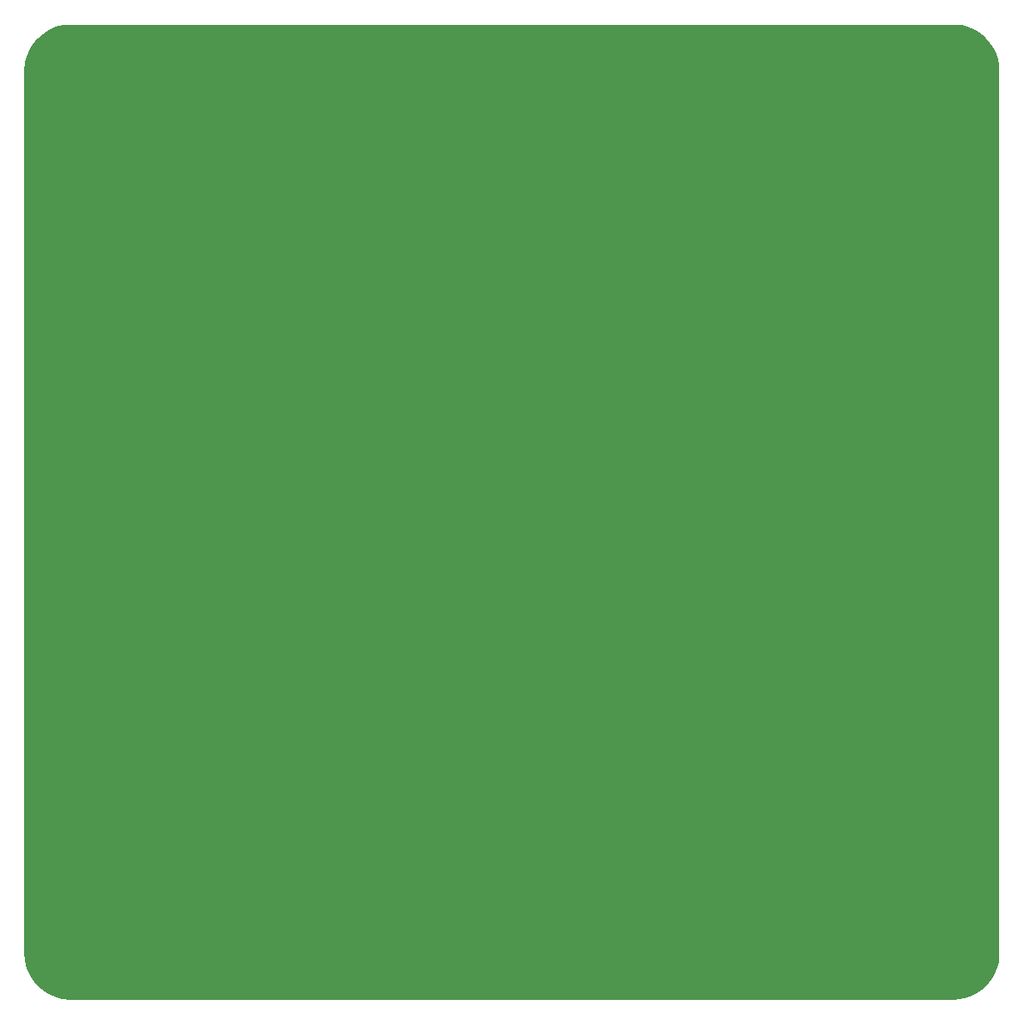
<source format=gbr>
G04 #@! TF.GenerationSoftware,KiCad,Pcbnew,(5.1.5)-3*
G04 #@! TF.CreationDate,2020-05-05T12:11:31+02:00*
G04 #@! TF.ProjectId,led_board,6c65645f-626f-4617-9264-2e6b69636164,rev?*
G04 #@! TF.SameCoordinates,Original*
G04 #@! TF.FileFunction,Copper,L2,Bot*
G04 #@! TF.FilePolarity,Positive*
%FSLAX46Y46*%
G04 Gerber Fmt 4.6, Leading zero omitted, Abs format (unit mm)*
G04 Created by KiCad (PCBNEW (5.1.5)-3) date 2020-05-05 12:11:31*
%MOMM*%
%LPD*%
G04 APERTURE LIST*
%ADD10C,0.800000*%
%ADD11C,6.400000*%
%ADD12C,0.150000*%
G04 APERTURE END LIST*
D10*
X296697056Y-153302944D03*
X295000000Y-152600000D03*
X293302944Y-153302944D03*
X292600000Y-155000000D03*
X293302944Y-156697056D03*
X295000000Y-157400000D03*
X296697056Y-156697056D03*
X297400000Y-155000000D03*
D11*
X295000000Y-155000000D03*
D10*
X296697056Y-63302944D03*
X295000000Y-62600000D03*
X293302944Y-63302944D03*
X292600000Y-65000000D03*
X293302944Y-66697056D03*
X295000000Y-67400000D03*
X296697056Y-66697056D03*
X297400000Y-65000000D03*
D11*
X295000000Y-65000000D03*
D10*
X206697056Y-153302944D03*
X205000000Y-152600000D03*
X203302944Y-153302944D03*
X202600000Y-155000000D03*
X203302944Y-156697056D03*
X205000000Y-157400000D03*
X206697056Y-156697056D03*
X207400000Y-155000000D03*
D11*
X205000000Y-155000000D03*
D10*
X206697056Y-63302944D03*
X205000000Y-62600000D03*
X203302944Y-63302944D03*
X202600000Y-65000000D03*
X203302944Y-66697056D03*
X205000000Y-67400000D03*
X206697056Y-66697056D03*
X207400000Y-65000000D03*
D11*
X205000000Y-65000000D03*
D10*
X292500000Y-120500000D03*
X292500000Y-119500000D03*
X292500000Y-118500000D03*
X293500000Y-107000000D03*
X292500000Y-107000000D03*
X291500000Y-107000000D03*
X290500000Y-107000000D03*
X219000000Y-118500000D03*
X214000000Y-118500000D03*
X217000000Y-117500000D03*
X215000000Y-117500000D03*
X214000000Y-117500000D03*
X219000000Y-117500000D03*
X217000000Y-118500000D03*
X218000000Y-118500000D03*
X218000000Y-117500000D03*
X211000000Y-117500000D03*
X215000000Y-76000000D03*
X215000000Y-74000000D03*
X215000000Y-75000000D03*
X215000000Y-72500000D03*
X214000000Y-72500000D03*
X213000000Y-72500000D03*
X215000000Y-142500000D03*
X215000000Y-144000000D03*
X215000000Y-145000000D03*
X213000000Y-142500000D03*
X216000000Y-142500000D03*
X217000000Y-142500000D03*
X215000000Y-146000000D03*
X215000000Y-77500000D03*
X213000000Y-77500000D03*
X216000000Y-77500000D03*
X217000000Y-77500000D03*
X225000000Y-72500000D03*
X235000000Y-72500000D03*
X245000000Y-72500000D03*
X255000000Y-72500000D03*
X265000000Y-72500000D03*
X275000000Y-72500000D03*
X285000000Y-72500000D03*
X215000000Y-82500000D03*
X225000000Y-82500000D03*
X235000000Y-82500000D03*
X245000000Y-82500000D03*
X255000000Y-82500000D03*
X265000000Y-82500000D03*
X275000000Y-82500000D03*
X285000000Y-82500000D03*
X215000000Y-92500000D03*
X225000000Y-92500000D03*
X235000000Y-92500000D03*
X245000000Y-92500000D03*
X255000000Y-92500000D03*
X265000000Y-92500000D03*
X275000000Y-92500000D03*
X285000000Y-92500000D03*
X215000000Y-102500000D03*
X225000000Y-102500000D03*
X235000000Y-102500000D03*
X245000000Y-102500000D03*
X255000000Y-102500000D03*
X265000000Y-102500000D03*
X275000000Y-102500000D03*
X285000000Y-102500000D03*
X225000000Y-74000000D03*
X235000000Y-74000000D03*
X245000000Y-74000000D03*
X255000000Y-74000000D03*
X265000000Y-74000000D03*
X275000000Y-74000000D03*
X285000000Y-74000000D03*
X215000000Y-84000000D03*
X225000000Y-84000000D03*
X235000000Y-84000000D03*
X245000000Y-84000000D03*
X255000000Y-84000000D03*
X265000000Y-84000000D03*
X275000000Y-84000000D03*
X285000000Y-84000000D03*
X215000000Y-94000000D03*
X225000000Y-94000000D03*
X235000000Y-94000000D03*
X245000000Y-94000000D03*
X255000000Y-94000000D03*
X265000000Y-94000000D03*
X275000000Y-94000000D03*
X285000000Y-94000000D03*
X215000000Y-104000000D03*
X225000000Y-104000000D03*
X235000000Y-104000000D03*
X245000000Y-104000000D03*
X255000000Y-104000000D03*
X265000000Y-104000000D03*
X275000000Y-104000000D03*
X285000000Y-104000000D03*
X224000000Y-72500000D03*
X234000000Y-72500000D03*
X244000000Y-72500000D03*
X254000000Y-72500000D03*
X264000000Y-72500000D03*
X274000000Y-72500000D03*
X284000000Y-72500000D03*
X214000000Y-82500000D03*
X224000000Y-82500000D03*
X234000000Y-82500000D03*
X244000000Y-82500000D03*
X254000000Y-82500000D03*
X264000000Y-82500000D03*
X274000000Y-82500000D03*
X284000000Y-82500000D03*
X214000000Y-92500000D03*
X224000000Y-92500000D03*
X234000000Y-92500000D03*
X244000000Y-92500000D03*
X254000000Y-92500000D03*
X264000000Y-92500000D03*
X274000000Y-92500000D03*
X284000000Y-92500000D03*
X214000000Y-102500000D03*
X224000000Y-102500000D03*
X234000000Y-102500000D03*
X244000000Y-102500000D03*
X254000000Y-102500000D03*
X264000000Y-102500000D03*
X274000000Y-102500000D03*
X284000000Y-102500000D03*
X225000000Y-75000000D03*
X235000000Y-75000000D03*
X245000000Y-75000000D03*
X255000000Y-75000000D03*
X265000000Y-75000000D03*
X275000000Y-75000000D03*
X285000000Y-75000000D03*
X215000000Y-85000000D03*
X225000000Y-85000000D03*
X235000000Y-85000000D03*
X245000000Y-85000000D03*
X255000000Y-85000000D03*
X265000000Y-85000000D03*
X275000000Y-85000000D03*
X285000000Y-85000000D03*
X215000000Y-95000000D03*
X225000000Y-95000000D03*
X235000000Y-95000000D03*
X245000000Y-95000000D03*
X255000000Y-95000000D03*
X265000000Y-95000000D03*
X275000000Y-95000000D03*
X285000000Y-95000000D03*
X215000000Y-105000000D03*
X225000000Y-105000000D03*
X235000000Y-105000000D03*
X245000000Y-105000000D03*
X255000000Y-105000000D03*
X265000000Y-105000000D03*
X275000000Y-105000000D03*
X285000000Y-105000000D03*
X223000000Y-72500000D03*
X233000000Y-72500000D03*
X243000000Y-72500000D03*
X253000000Y-72500000D03*
X263000000Y-72500000D03*
X273000000Y-72500000D03*
X283000000Y-72500000D03*
X213000000Y-82500000D03*
X223000000Y-82500000D03*
X233000000Y-82500000D03*
X243000000Y-82500000D03*
X253000000Y-82500000D03*
X263000000Y-82500000D03*
X273000000Y-82500000D03*
X283000000Y-82500000D03*
X213000000Y-92500000D03*
X223000000Y-92500000D03*
X233000000Y-92500000D03*
X243000000Y-92500000D03*
X253000000Y-92500000D03*
X263000000Y-92500000D03*
X273000000Y-92500000D03*
X283000000Y-92500000D03*
X237000000Y-72500000D03*
X247000000Y-72500000D03*
X267000000Y-72500000D03*
X277000000Y-72500000D03*
X287000000Y-72500000D03*
X217000000Y-82500000D03*
X227000000Y-82500000D03*
X237000000Y-82500000D03*
X247000000Y-82500000D03*
X257000000Y-82500000D03*
X267000000Y-82500000D03*
X277000000Y-82500000D03*
X287000000Y-82500000D03*
X217000000Y-92500000D03*
X227000000Y-92500000D03*
X237000000Y-92500000D03*
X247000000Y-92500000D03*
X257000000Y-92500000D03*
X267000000Y-92500000D03*
X277000000Y-92500000D03*
X287000000Y-92500000D03*
X217000000Y-102500000D03*
X227000000Y-102500000D03*
X237000000Y-102500000D03*
X247000000Y-102500000D03*
X257000000Y-102500000D03*
X267000000Y-102500000D03*
X277000000Y-102500000D03*
X287000000Y-102500000D03*
X225000000Y-77500000D03*
X235000000Y-77500000D03*
X245000000Y-77500000D03*
X255000000Y-77500000D03*
X265000000Y-77500000D03*
X275000000Y-77500000D03*
X285000000Y-77500000D03*
X215000000Y-87500000D03*
X225000000Y-87500000D03*
X235000000Y-87500000D03*
X245000000Y-87500000D03*
X255000000Y-87500000D03*
X265000000Y-87500000D03*
X275000000Y-87500000D03*
X285000000Y-87500000D03*
X215000000Y-97500000D03*
X225000000Y-97500000D03*
X235000000Y-97500000D03*
X245000000Y-97500000D03*
X255000000Y-97500000D03*
X265000000Y-97500000D03*
X275000000Y-97500000D03*
X285000000Y-97500000D03*
X215000000Y-107500000D03*
X225000000Y-107500000D03*
X235000000Y-107500000D03*
X245000000Y-107500000D03*
X255000000Y-107500000D03*
X265000000Y-107500000D03*
X275000000Y-107500000D03*
X285000000Y-107500000D03*
X227000000Y-77500000D03*
X237000000Y-77500000D03*
X247000000Y-77500000D03*
X257000000Y-77500000D03*
X267000000Y-77500000D03*
X277000000Y-77500000D03*
X287000000Y-77500000D03*
X217000000Y-87500000D03*
X227000000Y-87500000D03*
X237000000Y-87500000D03*
X247000000Y-87500000D03*
X257000000Y-87500000D03*
X267000000Y-87500000D03*
X277000000Y-87500000D03*
X287000000Y-87500000D03*
X217000000Y-97500000D03*
X227000000Y-97500000D03*
X237000000Y-97500000D03*
X247000000Y-97500000D03*
X257000000Y-97500000D03*
X267000000Y-97500000D03*
X277000000Y-97500000D03*
X287000000Y-97500000D03*
X217000000Y-107500000D03*
X227000000Y-107500000D03*
X237000000Y-107500000D03*
X247000000Y-107500000D03*
X257000000Y-107500000D03*
X267000000Y-107500000D03*
X277000000Y-107500000D03*
X287000000Y-107500000D03*
X225000000Y-76000000D03*
X235000000Y-76000000D03*
X245000000Y-76000000D03*
X255000000Y-76000000D03*
X265000000Y-76000000D03*
X275000000Y-76000000D03*
X285000000Y-76000000D03*
X215000000Y-86000000D03*
X225000000Y-86000000D03*
X235000000Y-86000000D03*
X245000000Y-86000000D03*
X255000000Y-86000000D03*
X265000000Y-86000000D03*
X275000000Y-86000000D03*
X285000000Y-86000000D03*
X215000000Y-96000000D03*
X225000000Y-96000000D03*
X235000000Y-96000000D03*
X245000000Y-96000000D03*
X255000000Y-96000000D03*
X265000000Y-96000000D03*
X275000000Y-96000000D03*
X285000000Y-96000000D03*
X215000000Y-106000000D03*
X225000000Y-106000000D03*
X235000000Y-106000000D03*
X245000000Y-106000000D03*
X255000000Y-106000000D03*
X265000000Y-106000000D03*
X275000000Y-106000000D03*
X285000000Y-106000000D03*
X226000000Y-77500000D03*
X236000000Y-77500000D03*
X246000000Y-77500000D03*
X256000000Y-77500000D03*
X266000000Y-77500000D03*
X276000000Y-77500000D03*
X286000000Y-77500000D03*
X216000000Y-87500000D03*
X226000000Y-87500000D03*
X236000000Y-87500000D03*
X246000000Y-87500000D03*
X256000000Y-87500000D03*
X266000000Y-87500000D03*
X276000000Y-87500000D03*
X286000000Y-87500000D03*
X216000000Y-97500000D03*
X226000000Y-97500000D03*
X236000000Y-97500000D03*
X246000000Y-97500000D03*
X256000000Y-97500000D03*
X266000000Y-97500000D03*
X276000000Y-97500000D03*
X286000000Y-97500000D03*
X216000000Y-107500000D03*
X226000000Y-107500000D03*
X236000000Y-107500000D03*
X246000000Y-107500000D03*
X256000000Y-107500000D03*
X266000000Y-107500000D03*
X276000000Y-107500000D03*
X286000000Y-107500000D03*
X223000000Y-77500000D03*
X233000000Y-77500000D03*
X243000000Y-77500000D03*
X253000000Y-77500000D03*
X263000000Y-77500000D03*
X273000000Y-77500000D03*
X283000000Y-77500000D03*
X213000000Y-87500000D03*
X223000000Y-87500000D03*
X233000000Y-87500000D03*
X243000000Y-87500000D03*
X253000000Y-87500000D03*
X263000000Y-87500000D03*
X273000000Y-87500000D03*
X283000000Y-87500000D03*
X213000000Y-97500000D03*
X223000000Y-97500000D03*
X233000000Y-97500000D03*
X243000000Y-97500000D03*
X253000000Y-97500000D03*
X263000000Y-97500000D03*
X273000000Y-97500000D03*
X283000000Y-97500000D03*
X213000000Y-107500000D03*
X223000000Y-107500000D03*
X233000000Y-107500000D03*
X243000000Y-107500000D03*
X253000000Y-107500000D03*
X263000000Y-107500000D03*
X273000000Y-107500000D03*
X283000000Y-107500000D03*
X225000000Y-142500000D03*
X235000000Y-142500000D03*
X245000000Y-142500000D03*
X255000000Y-142500000D03*
X265000000Y-142500000D03*
X275000000Y-142500000D03*
X285000000Y-142500000D03*
X215000000Y-132500000D03*
X225000000Y-132500000D03*
X235000000Y-132500000D03*
X245000000Y-132500000D03*
X255000000Y-132500000D03*
X265000000Y-132500000D03*
X275000000Y-132500000D03*
X285000000Y-132500000D03*
X215000000Y-122500000D03*
X225000000Y-122500000D03*
X235000000Y-122500000D03*
X245000000Y-122500000D03*
X255000000Y-122500000D03*
X265000000Y-122500000D03*
X275000000Y-122500000D03*
X285000000Y-122500000D03*
X215000000Y-112500000D03*
X225000000Y-112500000D03*
X235000000Y-112500000D03*
X245000000Y-112500000D03*
X255000000Y-112500000D03*
X265000000Y-112500000D03*
X275000000Y-112500000D03*
X285000000Y-112500000D03*
X225000000Y-144000000D03*
X235000000Y-144000000D03*
X245000000Y-144000000D03*
X255000000Y-144000000D03*
X265000000Y-144000000D03*
X275000000Y-144000000D03*
X285000000Y-144000000D03*
X215000000Y-134000000D03*
X225000000Y-134000000D03*
X235000000Y-134000000D03*
X245000000Y-134000000D03*
X255000000Y-134000000D03*
X265000000Y-134000000D03*
X275000000Y-134000000D03*
X285000000Y-134000000D03*
X215000000Y-124000000D03*
X225000000Y-124000000D03*
X235000000Y-124000000D03*
X245000000Y-124000000D03*
X255000000Y-124000000D03*
X265000000Y-124000000D03*
X275000000Y-124000000D03*
X285000000Y-124000000D03*
X215000000Y-114000000D03*
X225000000Y-114000000D03*
X235000000Y-114000000D03*
X245000000Y-114000000D03*
X255000000Y-114000000D03*
X265000000Y-114000000D03*
X275000000Y-114000000D03*
X285000000Y-114000000D03*
X225000000Y-145000000D03*
X235000000Y-145000000D03*
X245000000Y-145000000D03*
X255000000Y-145000000D03*
X265000000Y-145000000D03*
X275000000Y-145000000D03*
X285000000Y-145000000D03*
X215000000Y-135000000D03*
X225000000Y-135000000D03*
X235000000Y-135000000D03*
X245000000Y-135000000D03*
X255000000Y-135000000D03*
X265000000Y-135000000D03*
X275000000Y-135000000D03*
X285000000Y-135000000D03*
X215000000Y-125000000D03*
X225000000Y-125000000D03*
X235000000Y-125000000D03*
X245000000Y-125000000D03*
X255000000Y-125000000D03*
X265000000Y-125000000D03*
X275000000Y-125000000D03*
X285000000Y-125000000D03*
X215000000Y-115000000D03*
X225000000Y-115000000D03*
X235000000Y-115000000D03*
X245000000Y-115000000D03*
X255000000Y-115000000D03*
X265000000Y-115000000D03*
X275000000Y-115000000D03*
X285000000Y-115000000D03*
X223000000Y-142500000D03*
X233000000Y-142500000D03*
X243000000Y-142500000D03*
X253000000Y-142500000D03*
X263000000Y-142500000D03*
X273000000Y-142500000D03*
X283000000Y-142500000D03*
X213000000Y-132500000D03*
X223000000Y-132500000D03*
X233000000Y-132500000D03*
X243000000Y-132500000D03*
X253000000Y-132500000D03*
X263000000Y-132500000D03*
X273000000Y-132500000D03*
X283000000Y-132500000D03*
X213000000Y-122500000D03*
X223000000Y-122500000D03*
X233000000Y-122500000D03*
X243000000Y-122500000D03*
X253000000Y-122500000D03*
X263000000Y-122500000D03*
X273000000Y-122500000D03*
X283000000Y-122500000D03*
X213000000Y-112500000D03*
X223000000Y-112500000D03*
X233000000Y-112500000D03*
X243000000Y-112500000D03*
X253000000Y-112500000D03*
X263000000Y-112500000D03*
X273000000Y-112500000D03*
X283000000Y-112500000D03*
X226000000Y-142500000D03*
X236000000Y-142500000D03*
X246000000Y-142500000D03*
X256000000Y-142500000D03*
X266000000Y-142500000D03*
X276000000Y-142500000D03*
X286000000Y-142500000D03*
X216000000Y-132500000D03*
X226000000Y-132500000D03*
X236000000Y-132500000D03*
X246000000Y-132500000D03*
X256000000Y-132500000D03*
X266000000Y-132500000D03*
X276000000Y-132500000D03*
X286000000Y-132500000D03*
X216000000Y-122500000D03*
X226000000Y-122500000D03*
X236000000Y-122500000D03*
X246000000Y-122500000D03*
X256000000Y-122500000D03*
X266000000Y-122500000D03*
X276000000Y-122500000D03*
X286000000Y-122500000D03*
X216000000Y-112500000D03*
X226000000Y-112500000D03*
X236000000Y-112500000D03*
X246000000Y-112500000D03*
X256000000Y-112500000D03*
X266000000Y-112500000D03*
X276000000Y-112500000D03*
X286000000Y-112500000D03*
X227000000Y-142500000D03*
X237000000Y-142500000D03*
X247000000Y-142500000D03*
X257000000Y-142500000D03*
X267000000Y-142500000D03*
X277000000Y-142500000D03*
X287000000Y-142500000D03*
X217000000Y-132500000D03*
X227000000Y-132500000D03*
X237000000Y-132500000D03*
X247000000Y-132500000D03*
X257000000Y-132500000D03*
X267000000Y-132500000D03*
X277000000Y-132500000D03*
X287000000Y-132500000D03*
X217000000Y-122500000D03*
X227000000Y-122500000D03*
X237000000Y-122500000D03*
X247000000Y-122500000D03*
X257000000Y-122500000D03*
X267000000Y-122500000D03*
X277000000Y-122500000D03*
X287000000Y-122500000D03*
X217000000Y-112500000D03*
X227000000Y-112500000D03*
X237000000Y-112500000D03*
X247000000Y-112500000D03*
X257000000Y-112500000D03*
X267000000Y-112500000D03*
X277000000Y-112500000D03*
X287000000Y-112500000D03*
X225000000Y-146000000D03*
X235000000Y-146000000D03*
X245000000Y-146000000D03*
X255000000Y-146000000D03*
X265000000Y-146000000D03*
X275000000Y-146000000D03*
X285000000Y-146000000D03*
X215000000Y-136000000D03*
X225000000Y-136000000D03*
X235000000Y-136000000D03*
X245000000Y-136000000D03*
X255000000Y-136000000D03*
X265000000Y-136000000D03*
X275000000Y-136000000D03*
X285000000Y-136000000D03*
X215000000Y-126000000D03*
X225000000Y-126000000D03*
X235000000Y-126000000D03*
X245000000Y-126000000D03*
X255000000Y-126000000D03*
X265000000Y-126000000D03*
X275000000Y-126000000D03*
X285000000Y-126000000D03*
X215000000Y-116000000D03*
X225000000Y-116000000D03*
X235000000Y-116000000D03*
X245000000Y-116000000D03*
X255000000Y-116000000D03*
X265000000Y-116000000D03*
X275000000Y-116000000D03*
X285000000Y-116000000D03*
X213000000Y-81500000D03*
X212000000Y-72500000D03*
X211000000Y-71500000D03*
X211000000Y-73500000D03*
X211000000Y-74500000D03*
X211000000Y-75500000D03*
X211000000Y-76500000D03*
X211000000Y-77500000D03*
X211000000Y-78500000D03*
X212000000Y-78500000D03*
X212000000Y-77500000D03*
X212000000Y-76500000D03*
X212000000Y-75500000D03*
X212000000Y-74500000D03*
X212000000Y-73500000D03*
X212000000Y-71500000D03*
X213000000Y-71500000D03*
X214000000Y-71500000D03*
X215000000Y-71500000D03*
X216000000Y-71500000D03*
X216000000Y-72500000D03*
X218000000Y-71500000D03*
X219000000Y-71500000D03*
X218000000Y-77500000D03*
X219000000Y-77500000D03*
X219000000Y-76500000D03*
X213000000Y-78500000D03*
X215000000Y-78500000D03*
X216000000Y-78500000D03*
X217000000Y-78500000D03*
X218000000Y-78500000D03*
X219000000Y-78500000D03*
X241000000Y-71500000D03*
X251000000Y-71500000D03*
X211000000Y-81500000D03*
X221000000Y-81500000D03*
X231000000Y-81500000D03*
X241000000Y-81500000D03*
X251000000Y-81500000D03*
X261000000Y-81500000D03*
X271000000Y-81500000D03*
X281000000Y-81500000D03*
X211000000Y-111500000D03*
X221000000Y-111500000D03*
X231000000Y-111500000D03*
X241000000Y-111500000D03*
X251000000Y-111500000D03*
X261000000Y-111500000D03*
X271000000Y-111500000D03*
X281000000Y-111500000D03*
X211000000Y-121500000D03*
X221000000Y-121500000D03*
X231000000Y-121500000D03*
X241000000Y-121500000D03*
X251000000Y-121500000D03*
X261000000Y-121500000D03*
X271000000Y-121500000D03*
X281000000Y-121500000D03*
X211000000Y-131500000D03*
X221000000Y-131500000D03*
X231000000Y-131500000D03*
X241000000Y-131500000D03*
X251000000Y-131500000D03*
X261000000Y-131500000D03*
X271000000Y-131500000D03*
X281000000Y-131500000D03*
X211000000Y-141500000D03*
X221000000Y-141500000D03*
X231000000Y-141500000D03*
X241000000Y-141500000D03*
X251000000Y-141500000D03*
X261000000Y-141500000D03*
X271000000Y-141500000D03*
X281000000Y-141500000D03*
X243000000Y-71500000D03*
X253000000Y-71500000D03*
X273000000Y-71500000D03*
X213000000Y-81500000D03*
X223000000Y-81500000D03*
X233000000Y-81500000D03*
X243000000Y-81500000D03*
X253000000Y-81500000D03*
X263000000Y-81500000D03*
X273000000Y-81500000D03*
X283000000Y-81500000D03*
X213000000Y-111500000D03*
X223000000Y-111500000D03*
X233000000Y-111500000D03*
X243000000Y-111500000D03*
X253000000Y-111500000D03*
X263000000Y-111500000D03*
X273000000Y-111500000D03*
X283000000Y-111500000D03*
X213000000Y-121500000D03*
X223000000Y-121500000D03*
X233000000Y-121500000D03*
X243000000Y-121500000D03*
X253000000Y-121500000D03*
X263000000Y-121500000D03*
X273000000Y-121500000D03*
X283000000Y-121500000D03*
X213000000Y-131500000D03*
X223000000Y-131500000D03*
X233000000Y-131500000D03*
X243000000Y-131500000D03*
X253000000Y-131500000D03*
X263000000Y-131500000D03*
X273000000Y-131500000D03*
X283000000Y-131500000D03*
X213000000Y-141500000D03*
X223000000Y-141500000D03*
X233000000Y-141500000D03*
X243000000Y-141500000D03*
X253000000Y-141500000D03*
X263000000Y-141500000D03*
X273000000Y-141500000D03*
X283000000Y-141500000D03*
X244000000Y-71500000D03*
X254000000Y-71500000D03*
X274000000Y-71500000D03*
X214000000Y-81500000D03*
X224000000Y-81500000D03*
X234000000Y-81500000D03*
X244000000Y-81500000D03*
X254000000Y-81500000D03*
X264000000Y-81500000D03*
X274000000Y-81500000D03*
X284000000Y-81500000D03*
X214000000Y-111500000D03*
X224000000Y-111500000D03*
X234000000Y-111500000D03*
X244000000Y-111500000D03*
X254000000Y-111500000D03*
X264000000Y-111500000D03*
X274000000Y-111500000D03*
X284000000Y-111500000D03*
X231000000Y-72500000D03*
X241000000Y-72500000D03*
X251000000Y-72500000D03*
X281000000Y-72500000D03*
X211000000Y-82500000D03*
X221000000Y-82500000D03*
X231000000Y-82500000D03*
X241000000Y-82500000D03*
X251000000Y-82500000D03*
X261000000Y-82500000D03*
X271000000Y-82500000D03*
X281000000Y-82500000D03*
X211000000Y-92500000D03*
X221000000Y-92500000D03*
X231000000Y-92500000D03*
X241000000Y-92500000D03*
X251000000Y-92500000D03*
X261000000Y-92500000D03*
X271000000Y-92500000D03*
X281000000Y-92500000D03*
X211000000Y-102500000D03*
X221000000Y-102500000D03*
X231000000Y-102500000D03*
X241000000Y-102500000D03*
X251000000Y-102500000D03*
X261000000Y-102500000D03*
X271000000Y-102500000D03*
X281000000Y-102500000D03*
X211000000Y-112500000D03*
X221000000Y-112500000D03*
X231000000Y-112500000D03*
X241000000Y-112500000D03*
X251000000Y-112500000D03*
X261000000Y-112500000D03*
X271000000Y-112500000D03*
X281000000Y-112500000D03*
X211000000Y-122500000D03*
X221000000Y-122500000D03*
X231000000Y-122500000D03*
X241000000Y-122500000D03*
X251000000Y-122500000D03*
X261000000Y-122500000D03*
X271000000Y-122500000D03*
X281000000Y-122500000D03*
X211000000Y-132500000D03*
X221000000Y-132500000D03*
X231000000Y-132500000D03*
X241000000Y-132500000D03*
X251000000Y-132500000D03*
X261000000Y-132500000D03*
X271000000Y-132500000D03*
X281000000Y-132500000D03*
X211000000Y-142500000D03*
X221000000Y-142500000D03*
X231000000Y-142500000D03*
X241000000Y-142500000D03*
X251000000Y-142500000D03*
X261000000Y-142500000D03*
X271000000Y-142500000D03*
X281000000Y-142500000D03*
X222000000Y-78500000D03*
X232000000Y-78500000D03*
X242000000Y-78500000D03*
X252000000Y-78500000D03*
X262000000Y-78500000D03*
X272000000Y-78500000D03*
X282000000Y-78500000D03*
X212000000Y-88500000D03*
X222000000Y-88500000D03*
X232000000Y-88500000D03*
X242000000Y-88500000D03*
X252000000Y-88500000D03*
X262000000Y-88500000D03*
X272000000Y-88500000D03*
X282000000Y-88500000D03*
X212000000Y-98500000D03*
X222000000Y-98500000D03*
X232000000Y-98500000D03*
X242000000Y-98500000D03*
X252000000Y-98500000D03*
X262000000Y-98500000D03*
X272000000Y-98500000D03*
X282000000Y-98500000D03*
X212000000Y-108500000D03*
X222000000Y-108500000D03*
X232000000Y-108500000D03*
X242000000Y-108500000D03*
X252000000Y-108500000D03*
X262000000Y-108500000D03*
X272000000Y-108500000D03*
X282000000Y-108500000D03*
X221000000Y-75500000D03*
X231000000Y-75500000D03*
X241000000Y-75500000D03*
X251000000Y-75500000D03*
X261000000Y-75500000D03*
X271000000Y-75500000D03*
X281000000Y-75500000D03*
X211000000Y-85500000D03*
X221000000Y-85500000D03*
X231000000Y-85500000D03*
X241000000Y-85500000D03*
X251000000Y-85500000D03*
X261000000Y-85500000D03*
X271000000Y-85500000D03*
X281000000Y-85500000D03*
X211000000Y-95500000D03*
X221000000Y-95500000D03*
X231000000Y-95500000D03*
X241000000Y-95500000D03*
X251000000Y-95500000D03*
X261000000Y-95500000D03*
X271000000Y-95500000D03*
X281000000Y-95500000D03*
X211000000Y-105500000D03*
X221000000Y-105500000D03*
X231000000Y-105500000D03*
X241000000Y-105500000D03*
X251000000Y-105500000D03*
X261000000Y-105500000D03*
X271000000Y-105500000D03*
X281000000Y-105500000D03*
X211000000Y-115500000D03*
X221000000Y-115500000D03*
X231000000Y-115500000D03*
X241000000Y-115500000D03*
X251000000Y-115500000D03*
X261000000Y-115500000D03*
X271000000Y-115500000D03*
X281000000Y-115500000D03*
X211000000Y-125500000D03*
X221000000Y-125500000D03*
X231000000Y-125500000D03*
X241000000Y-125500000D03*
X251000000Y-125500000D03*
X261000000Y-125500000D03*
X271000000Y-125500000D03*
X281000000Y-125500000D03*
X211000000Y-135500000D03*
X221000000Y-135500000D03*
X231000000Y-135500000D03*
X241000000Y-135500000D03*
X251000000Y-135500000D03*
X261000000Y-135500000D03*
X271000000Y-135500000D03*
X281000000Y-135500000D03*
X211000000Y-145500000D03*
X221000000Y-145500000D03*
X231000000Y-145500000D03*
X241000000Y-145500000D03*
X251000000Y-145500000D03*
X271000000Y-145500000D03*
X281000000Y-145500000D03*
X222000000Y-72500000D03*
X232000000Y-72500000D03*
X242000000Y-72500000D03*
X252000000Y-72500000D03*
X262000000Y-72500000D03*
X272000000Y-72500000D03*
X282000000Y-72500000D03*
X212000000Y-82500000D03*
X222000000Y-82500000D03*
X232000000Y-82500000D03*
X242000000Y-82500000D03*
X252000000Y-82500000D03*
X262000000Y-82500000D03*
X272000000Y-82500000D03*
X282000000Y-82500000D03*
X212000000Y-92500000D03*
X222000000Y-92500000D03*
X232000000Y-92500000D03*
X242000000Y-92500000D03*
X252000000Y-92500000D03*
X262000000Y-92500000D03*
X272000000Y-92500000D03*
X282000000Y-92500000D03*
X212000000Y-102500000D03*
X222000000Y-102500000D03*
X232000000Y-102500000D03*
X242000000Y-102500000D03*
X252000000Y-102500000D03*
X262000000Y-102500000D03*
X272000000Y-102500000D03*
X282000000Y-102500000D03*
X212000000Y-112500000D03*
X222000000Y-112500000D03*
X232000000Y-112500000D03*
X242000000Y-112500000D03*
X252000000Y-112500000D03*
X262000000Y-112500000D03*
X272000000Y-112500000D03*
X282000000Y-112500000D03*
X212000000Y-122500000D03*
X222000000Y-122500000D03*
X232000000Y-122500000D03*
X242000000Y-122500000D03*
X252000000Y-122500000D03*
X262000000Y-122500000D03*
X272000000Y-122500000D03*
X282000000Y-122500000D03*
X212000000Y-132500000D03*
X222000000Y-132500000D03*
X232000000Y-132500000D03*
X242000000Y-132500000D03*
X252000000Y-132500000D03*
X262000000Y-132500000D03*
X272000000Y-132500000D03*
X282000000Y-132500000D03*
X212000000Y-142500000D03*
X222000000Y-142500000D03*
X232000000Y-142500000D03*
X242000000Y-142500000D03*
X252000000Y-142500000D03*
X262000000Y-142500000D03*
X272000000Y-142500000D03*
X282000000Y-142500000D03*
X221000000Y-73500000D03*
X231000000Y-73500000D03*
X241000000Y-73500000D03*
X251000000Y-73500000D03*
X261000000Y-73500000D03*
X271000000Y-73500000D03*
X281000000Y-73500000D03*
X211000000Y-83500000D03*
X221000000Y-83500000D03*
X231000000Y-83500000D03*
X241000000Y-83500000D03*
X251000000Y-83500000D03*
X261000000Y-83500000D03*
X271000000Y-83500000D03*
X281000000Y-83500000D03*
X211000000Y-93500000D03*
X221000000Y-93500000D03*
X231000000Y-93500000D03*
X241000000Y-93500000D03*
X251000000Y-93500000D03*
X261000000Y-93500000D03*
X271000000Y-93500000D03*
X281000000Y-93500000D03*
X211000000Y-103500000D03*
X221000000Y-103500000D03*
X231000000Y-103500000D03*
X241000000Y-103500000D03*
X251000000Y-103500000D03*
X261000000Y-103500000D03*
X271000000Y-103500000D03*
X281000000Y-103500000D03*
X211000000Y-113500000D03*
X221000000Y-113500000D03*
X231000000Y-113500000D03*
X241000000Y-113500000D03*
X251000000Y-113500000D03*
X261000000Y-113500000D03*
X271000000Y-113500000D03*
X281000000Y-113500000D03*
X211000000Y-123500000D03*
X221000000Y-123500000D03*
X231000000Y-123500000D03*
X241000000Y-123500000D03*
X251000000Y-123500000D03*
X261000000Y-123500000D03*
X271000000Y-123500000D03*
X281000000Y-123500000D03*
X211000000Y-133500000D03*
X221000000Y-133500000D03*
X231000000Y-133500000D03*
X241000000Y-133500000D03*
X251000000Y-133500000D03*
X261000000Y-133500000D03*
X271000000Y-133500000D03*
X281000000Y-133500000D03*
X211000000Y-143500000D03*
X221000000Y-143500000D03*
X231000000Y-143500000D03*
X241000000Y-143500000D03*
X251000000Y-143500000D03*
X261000000Y-143500000D03*
X271000000Y-143500000D03*
X281000000Y-143500000D03*
X222000000Y-74500000D03*
X232000000Y-74500000D03*
X242000000Y-74500000D03*
X252000000Y-74500000D03*
X262000000Y-74500000D03*
X272000000Y-74500000D03*
X282000000Y-74500000D03*
X212000000Y-84500000D03*
X222000000Y-84500000D03*
X232000000Y-84500000D03*
X242000000Y-84500000D03*
X252000000Y-84500000D03*
X262000000Y-84500000D03*
X272000000Y-84500000D03*
X282000000Y-84500000D03*
X212000000Y-94500000D03*
X222000000Y-94500000D03*
X232000000Y-94500000D03*
X242000000Y-94500000D03*
X252000000Y-94500000D03*
X262000000Y-94500000D03*
X272000000Y-94500000D03*
X282000000Y-94500000D03*
X212000000Y-104500000D03*
X222000000Y-104500000D03*
X232000000Y-104500000D03*
X242000000Y-104500000D03*
X252000000Y-104500000D03*
X262000000Y-104500000D03*
X272000000Y-104500000D03*
X282000000Y-104500000D03*
X212000000Y-114500000D03*
X222000000Y-114500000D03*
X232000000Y-114500000D03*
X242000000Y-114500000D03*
X252000000Y-114500000D03*
X262000000Y-114500000D03*
X272000000Y-114500000D03*
X282000000Y-114500000D03*
X212000000Y-124500000D03*
X222000000Y-124500000D03*
X232000000Y-124500000D03*
X242000000Y-124500000D03*
X252000000Y-124500000D03*
X262000000Y-124500000D03*
X272000000Y-124500000D03*
X282000000Y-124500000D03*
X212000000Y-134500000D03*
X222000000Y-134500000D03*
X232000000Y-134500000D03*
X242000000Y-134500000D03*
X252000000Y-134500000D03*
X262000000Y-134500000D03*
X272000000Y-134500000D03*
X282000000Y-134500000D03*
X212000000Y-144500000D03*
X222000000Y-144500000D03*
X232000000Y-144500000D03*
X242000000Y-144500000D03*
X252000000Y-144500000D03*
X262000000Y-144500000D03*
X272000000Y-144500000D03*
X282000000Y-144500000D03*
X222000000Y-76500000D03*
X232000000Y-76500000D03*
X242000000Y-76500000D03*
X252000000Y-76500000D03*
X262000000Y-76500000D03*
X272000000Y-76500000D03*
X282000000Y-76500000D03*
X212000000Y-86500000D03*
X222000000Y-86500000D03*
X232000000Y-86500000D03*
X242000000Y-86500000D03*
X252000000Y-86500000D03*
X262000000Y-86500000D03*
X272000000Y-86500000D03*
X282000000Y-86500000D03*
X212000000Y-96500000D03*
X222000000Y-96500000D03*
X232000000Y-96500000D03*
X242000000Y-96500000D03*
X252000000Y-96500000D03*
X262000000Y-96500000D03*
X272000000Y-96500000D03*
X282000000Y-96500000D03*
X212000000Y-106500000D03*
X222000000Y-106500000D03*
X232000000Y-106500000D03*
X242000000Y-106500000D03*
X252000000Y-106500000D03*
X262000000Y-106500000D03*
X272000000Y-106500000D03*
X282000000Y-106500000D03*
X212000000Y-116500000D03*
X222000000Y-116500000D03*
X232000000Y-116500000D03*
X242000000Y-116500000D03*
X252000000Y-116500000D03*
X262000000Y-116500000D03*
X272000000Y-116500000D03*
X282000000Y-116500000D03*
X212000000Y-126500000D03*
X222000000Y-126500000D03*
X232000000Y-126500000D03*
X242000000Y-126500000D03*
X252000000Y-126500000D03*
X262000000Y-126500000D03*
X272000000Y-126500000D03*
X282000000Y-126500000D03*
X212000000Y-136500000D03*
X222000000Y-136500000D03*
X232000000Y-136500000D03*
X242000000Y-136500000D03*
X252000000Y-136500000D03*
X262000000Y-136500000D03*
X272000000Y-136500000D03*
X282000000Y-136500000D03*
X212000000Y-146500000D03*
X222000000Y-146500000D03*
X232000000Y-146500000D03*
X242000000Y-146500000D03*
X252000000Y-146500000D03*
X272000000Y-146500000D03*
X282000000Y-146500000D03*
X221000000Y-77500000D03*
X231000000Y-77500000D03*
X241000000Y-77500000D03*
X251000000Y-77500000D03*
X261000000Y-77500000D03*
X271000000Y-77500000D03*
X281000000Y-77500000D03*
X211000000Y-87500000D03*
X221000000Y-87500000D03*
X231000000Y-87500000D03*
X241000000Y-87500000D03*
X251000000Y-87500000D03*
X261000000Y-87500000D03*
X271000000Y-87500000D03*
X281000000Y-87500000D03*
X211000000Y-97500000D03*
X221000000Y-97500000D03*
X231000000Y-97500000D03*
X241000000Y-97500000D03*
X251000000Y-97500000D03*
X261000000Y-97500000D03*
X271000000Y-97500000D03*
X281000000Y-97500000D03*
X211000000Y-107500000D03*
X221000000Y-107500000D03*
X231000000Y-107500000D03*
X241000000Y-107500000D03*
X251000000Y-107500000D03*
X261000000Y-107500000D03*
X271000000Y-107500000D03*
X281000000Y-107500000D03*
X221000000Y-78500000D03*
X231000000Y-78500000D03*
X241000000Y-78500000D03*
X251000000Y-78500000D03*
X261000000Y-78500000D03*
X271000000Y-78500000D03*
X281000000Y-78500000D03*
X211000000Y-88500000D03*
X221000000Y-88500000D03*
X231000000Y-88500000D03*
X241000000Y-88500000D03*
X251000000Y-88500000D03*
X261000000Y-88500000D03*
X271000000Y-88500000D03*
X281000000Y-88500000D03*
X211000000Y-98500000D03*
X221000000Y-98500000D03*
X231000000Y-98500000D03*
X241000000Y-98500000D03*
X251000000Y-98500000D03*
X261000000Y-98500000D03*
X271000000Y-98500000D03*
X281000000Y-98500000D03*
X211000000Y-108500000D03*
X221000000Y-108500000D03*
X231000000Y-108500000D03*
X241000000Y-108500000D03*
X251000000Y-108500000D03*
X261000000Y-108500000D03*
X271000000Y-108500000D03*
X281000000Y-108500000D03*
X238000000Y-71500000D03*
X248000000Y-71500000D03*
X258000000Y-71500000D03*
X268000000Y-71500000D03*
X288000000Y-71500000D03*
X218000000Y-81500000D03*
X228000000Y-81500000D03*
X238000000Y-81500000D03*
X248000000Y-81500000D03*
X258000000Y-81500000D03*
X268000000Y-81500000D03*
X278000000Y-81500000D03*
X288000000Y-81500000D03*
X218000000Y-111500000D03*
X228000000Y-111500000D03*
X238000000Y-111500000D03*
X248000000Y-111500000D03*
X258000000Y-111500000D03*
X268000000Y-111500000D03*
X278000000Y-111500000D03*
X288000000Y-111500000D03*
X218000000Y-121500000D03*
X228000000Y-121500000D03*
X238000000Y-121500000D03*
X248000000Y-121500000D03*
X258000000Y-121500000D03*
X268000000Y-121500000D03*
X278000000Y-121500000D03*
X288000000Y-121500000D03*
X218000000Y-131500000D03*
X228000000Y-131500000D03*
X238000000Y-131500000D03*
X248000000Y-131500000D03*
X258000000Y-131500000D03*
X268000000Y-131500000D03*
X278000000Y-131500000D03*
X288000000Y-131500000D03*
X218000000Y-141500000D03*
X228000000Y-141500000D03*
X238000000Y-141500000D03*
X248000000Y-141500000D03*
X258000000Y-141500000D03*
X268000000Y-141500000D03*
X278000000Y-141500000D03*
X288000000Y-141500000D03*
X221000000Y-76500000D03*
X231000000Y-76500000D03*
X241000000Y-76500000D03*
X251000000Y-76500000D03*
X261000000Y-76500000D03*
X271000000Y-76500000D03*
X281000000Y-76500000D03*
X211000000Y-86500000D03*
X221000000Y-86500000D03*
X231000000Y-86500000D03*
X241000000Y-86500000D03*
X251000000Y-86500000D03*
X261000000Y-86500000D03*
X271000000Y-86500000D03*
X281000000Y-86500000D03*
X211000000Y-96500000D03*
X221000000Y-96500000D03*
X231000000Y-96500000D03*
X241000000Y-96500000D03*
X251000000Y-96500000D03*
X261000000Y-96500000D03*
X271000000Y-96500000D03*
X281000000Y-96500000D03*
X211000000Y-106500000D03*
X221000000Y-106500000D03*
X231000000Y-106500000D03*
X241000000Y-106500000D03*
X251000000Y-106500000D03*
X261000000Y-106500000D03*
X271000000Y-106500000D03*
X281000000Y-106500000D03*
X211000000Y-116500000D03*
X221000000Y-116500000D03*
X231000000Y-116500000D03*
X241000000Y-116500000D03*
X251000000Y-116500000D03*
X261000000Y-116500000D03*
X271000000Y-116500000D03*
X281000000Y-116500000D03*
X211000000Y-126500000D03*
X221000000Y-126500000D03*
X231000000Y-126500000D03*
X241000000Y-126500000D03*
X251000000Y-126500000D03*
X261000000Y-126500000D03*
X271000000Y-126500000D03*
X281000000Y-126500000D03*
X211000000Y-136500000D03*
X221000000Y-136500000D03*
X231000000Y-136500000D03*
X241000000Y-136500000D03*
X251000000Y-136500000D03*
X261000000Y-136500000D03*
X271000000Y-136500000D03*
X281000000Y-136500000D03*
X211000000Y-146500000D03*
X221000000Y-146500000D03*
X231000000Y-146500000D03*
X241000000Y-146500000D03*
X251000000Y-146500000D03*
X271000000Y-146500000D03*
X281000000Y-146500000D03*
X221000000Y-74500000D03*
X231000000Y-74500000D03*
X241000000Y-74500000D03*
X251000000Y-74500000D03*
X261000000Y-74500000D03*
X271000000Y-74500000D03*
X281000000Y-74500000D03*
X211000000Y-84500000D03*
X221000000Y-84500000D03*
X231000000Y-84500000D03*
X241000000Y-84500000D03*
X251000000Y-84500000D03*
X261000000Y-84500000D03*
X271000000Y-84500000D03*
X281000000Y-84500000D03*
X211000000Y-94500000D03*
X221000000Y-94500000D03*
X231000000Y-94500000D03*
X241000000Y-94500000D03*
X251000000Y-94500000D03*
X261000000Y-94500000D03*
X271000000Y-94500000D03*
X281000000Y-94500000D03*
X211000000Y-104500000D03*
X221000000Y-104500000D03*
X231000000Y-104500000D03*
X241000000Y-104500000D03*
X251000000Y-104500000D03*
X261000000Y-104500000D03*
X271000000Y-104500000D03*
X281000000Y-104500000D03*
X211000000Y-114500000D03*
X221000000Y-114500000D03*
X231000000Y-114500000D03*
X241000000Y-114500000D03*
X251000000Y-114500000D03*
X261000000Y-114500000D03*
X271000000Y-114500000D03*
X281000000Y-114500000D03*
X211000000Y-124500000D03*
X221000000Y-124500000D03*
X231000000Y-124500000D03*
X241000000Y-124500000D03*
X251000000Y-124500000D03*
X261000000Y-124500000D03*
X271000000Y-124500000D03*
X281000000Y-124500000D03*
X211000000Y-134500000D03*
X221000000Y-134500000D03*
X231000000Y-134500000D03*
X241000000Y-134500000D03*
X251000000Y-134500000D03*
X261000000Y-134500000D03*
X271000000Y-134500000D03*
X281000000Y-134500000D03*
X211000000Y-144500000D03*
X221000000Y-144500000D03*
X231000000Y-144500000D03*
X241000000Y-144500000D03*
X251000000Y-144500000D03*
X261000000Y-144500000D03*
X271000000Y-144500000D03*
X281000000Y-144500000D03*
X222000000Y-73500000D03*
X232000000Y-73500000D03*
X242000000Y-73500000D03*
X252000000Y-73500000D03*
X262000000Y-73500000D03*
X272000000Y-73500000D03*
X282000000Y-73500000D03*
X212000000Y-83500000D03*
X222000000Y-83500000D03*
X232000000Y-83500000D03*
X242000000Y-83500000D03*
X252000000Y-83500000D03*
X262000000Y-83500000D03*
X272000000Y-83500000D03*
X282000000Y-83500000D03*
X212000000Y-93500000D03*
X222000000Y-93500000D03*
X232000000Y-93500000D03*
X242000000Y-93500000D03*
X252000000Y-93500000D03*
X262000000Y-93500000D03*
X272000000Y-93500000D03*
X282000000Y-93500000D03*
X212000000Y-103500000D03*
X222000000Y-103500000D03*
X232000000Y-103500000D03*
X242000000Y-103500000D03*
X252000000Y-103500000D03*
X262000000Y-103500000D03*
X272000000Y-103500000D03*
X282000000Y-103500000D03*
X212000000Y-113500000D03*
X222000000Y-113500000D03*
X232000000Y-113500000D03*
X242000000Y-113500000D03*
X252000000Y-113500000D03*
X262000000Y-113500000D03*
X272000000Y-113500000D03*
X282000000Y-113500000D03*
X212000000Y-123500000D03*
X222000000Y-123500000D03*
X232000000Y-123500000D03*
X242000000Y-123500000D03*
X252000000Y-123500000D03*
X262000000Y-123500000D03*
X272000000Y-123500000D03*
X282000000Y-123500000D03*
X212000000Y-133500000D03*
X222000000Y-133500000D03*
X232000000Y-133500000D03*
X242000000Y-133500000D03*
X252000000Y-133500000D03*
X262000000Y-133500000D03*
X272000000Y-133500000D03*
X282000000Y-133500000D03*
X212000000Y-143500000D03*
X222000000Y-143500000D03*
X232000000Y-143500000D03*
X242000000Y-143500000D03*
X252000000Y-143500000D03*
X262000000Y-143500000D03*
X272000000Y-143500000D03*
X282000000Y-143500000D03*
X255000000Y-71500000D03*
X215000000Y-111500000D03*
X225000000Y-111500000D03*
X235000000Y-111500000D03*
X245000000Y-111500000D03*
X255000000Y-111500000D03*
X265000000Y-111500000D03*
X275000000Y-111500000D03*
X285000000Y-111500000D03*
X215000000Y-121500000D03*
X225000000Y-121500000D03*
X235000000Y-121500000D03*
X245000000Y-121500000D03*
X255000000Y-121500000D03*
X265000000Y-121500000D03*
X275000000Y-121500000D03*
X285000000Y-121500000D03*
X215000000Y-131500000D03*
X225000000Y-131500000D03*
X235000000Y-131500000D03*
X245000000Y-131500000D03*
X255000000Y-131500000D03*
X265000000Y-131500000D03*
X275000000Y-131500000D03*
X285000000Y-131500000D03*
X215000000Y-141500000D03*
X225000000Y-141500000D03*
X235000000Y-141500000D03*
X245000000Y-141500000D03*
X255000000Y-141500000D03*
X265000000Y-141500000D03*
X275000000Y-141500000D03*
X285000000Y-141500000D03*
X222000000Y-77500000D03*
X232000000Y-77500000D03*
X242000000Y-77500000D03*
X252000000Y-77500000D03*
X262000000Y-77500000D03*
X272000000Y-77500000D03*
X282000000Y-77500000D03*
X212000000Y-87500000D03*
X222000000Y-87500000D03*
X232000000Y-87500000D03*
X242000000Y-87500000D03*
X252000000Y-87500000D03*
X262000000Y-87500000D03*
X272000000Y-87500000D03*
X282000000Y-87500000D03*
X212000000Y-97500000D03*
X222000000Y-97500000D03*
X232000000Y-97500000D03*
X242000000Y-97500000D03*
X252000000Y-97500000D03*
X262000000Y-97500000D03*
X272000000Y-97500000D03*
X282000000Y-97500000D03*
X212000000Y-107500000D03*
X222000000Y-107500000D03*
X232000000Y-107500000D03*
X242000000Y-107500000D03*
X252000000Y-107500000D03*
X262000000Y-107500000D03*
X272000000Y-107500000D03*
X282000000Y-107500000D03*
X242000000Y-71500000D03*
X252000000Y-71500000D03*
X212000000Y-81500000D03*
X222000000Y-81500000D03*
X232000000Y-81500000D03*
X242000000Y-81500000D03*
X252000000Y-81500000D03*
X262000000Y-81500000D03*
X272000000Y-81500000D03*
X282000000Y-81500000D03*
X212000000Y-111500000D03*
X222000000Y-111500000D03*
X232000000Y-111500000D03*
X242000000Y-111500000D03*
X252000000Y-111500000D03*
X262000000Y-111500000D03*
X272000000Y-111500000D03*
X282000000Y-111500000D03*
X212000000Y-121500000D03*
X222000000Y-121500000D03*
X232000000Y-121500000D03*
X242000000Y-121500000D03*
X252000000Y-121500000D03*
X262000000Y-121500000D03*
X272000000Y-121500000D03*
X282000000Y-121500000D03*
X212000000Y-131500000D03*
X222000000Y-131500000D03*
X232000000Y-131500000D03*
X242000000Y-131500000D03*
X252000000Y-131500000D03*
X262000000Y-131500000D03*
X272000000Y-131500000D03*
X282000000Y-131500000D03*
X212000000Y-141500000D03*
X222000000Y-141500000D03*
X232000000Y-141500000D03*
X242000000Y-141500000D03*
X252000000Y-141500000D03*
X262000000Y-141500000D03*
X272000000Y-141500000D03*
X282000000Y-141500000D03*
X222000000Y-75500000D03*
X232000000Y-75500000D03*
X242000000Y-75500000D03*
X252000000Y-75500000D03*
X262000000Y-75500000D03*
X272000000Y-75500000D03*
X282000000Y-75500000D03*
X212000000Y-85500000D03*
X222000000Y-85500000D03*
X232000000Y-85500000D03*
X242000000Y-85500000D03*
X252000000Y-85500000D03*
X262000000Y-85500000D03*
X272000000Y-85500000D03*
X282000000Y-85500000D03*
X212000000Y-95500000D03*
X222000000Y-95500000D03*
X232000000Y-95500000D03*
X242000000Y-95500000D03*
X252000000Y-95500000D03*
X262000000Y-95500000D03*
X272000000Y-95500000D03*
X282000000Y-95500000D03*
X212000000Y-105500000D03*
X222000000Y-105500000D03*
X232000000Y-105500000D03*
X242000000Y-105500000D03*
X252000000Y-105500000D03*
X262000000Y-105500000D03*
X272000000Y-105500000D03*
X282000000Y-105500000D03*
X212000000Y-115500000D03*
X222000000Y-115500000D03*
X232000000Y-115500000D03*
X242000000Y-115500000D03*
X252000000Y-115500000D03*
X262000000Y-115500000D03*
X272000000Y-115500000D03*
X282000000Y-115500000D03*
X212000000Y-125500000D03*
X222000000Y-125500000D03*
X232000000Y-125500000D03*
X242000000Y-125500000D03*
X252000000Y-125500000D03*
X262000000Y-125500000D03*
X272000000Y-125500000D03*
X282000000Y-125500000D03*
X212000000Y-135500000D03*
X222000000Y-135500000D03*
X232000000Y-135500000D03*
X242000000Y-135500000D03*
X252000000Y-135500000D03*
X262000000Y-135500000D03*
X272000000Y-135500000D03*
X282000000Y-135500000D03*
X212000000Y-145500000D03*
X222000000Y-145500000D03*
X232000000Y-145500000D03*
X242000000Y-145500000D03*
X252000000Y-145500000D03*
X262000000Y-145500000D03*
X272000000Y-145500000D03*
X282000000Y-145500000D03*
X237000000Y-71500000D03*
X247000000Y-71500000D03*
X277000000Y-71500000D03*
X287000000Y-71500000D03*
X217000000Y-81500000D03*
X227000000Y-81500000D03*
X237000000Y-81500000D03*
X247000000Y-81500000D03*
X257000000Y-81500000D03*
X267000000Y-81500000D03*
X277000000Y-81500000D03*
X287000000Y-81500000D03*
X217000000Y-111500000D03*
X227000000Y-111500000D03*
X237000000Y-111500000D03*
X247000000Y-111500000D03*
X257000000Y-111500000D03*
X267000000Y-111500000D03*
X277000000Y-111500000D03*
X287000000Y-111500000D03*
X217000000Y-121500000D03*
X227000000Y-121500000D03*
X237000000Y-121500000D03*
X247000000Y-121500000D03*
X257000000Y-121500000D03*
X267000000Y-121500000D03*
X277000000Y-121500000D03*
X287000000Y-121500000D03*
X217000000Y-131500000D03*
X227000000Y-131500000D03*
X237000000Y-131500000D03*
X247000000Y-131500000D03*
X257000000Y-131500000D03*
X267000000Y-131500000D03*
X277000000Y-131500000D03*
X287000000Y-131500000D03*
X217000000Y-141500000D03*
X227000000Y-141500000D03*
X237000000Y-141500000D03*
X247000000Y-141500000D03*
X257000000Y-141500000D03*
X267000000Y-141500000D03*
X277000000Y-141500000D03*
X287000000Y-141500000D03*
X256000000Y-71500000D03*
X216000000Y-111500000D03*
X226000000Y-111500000D03*
X236000000Y-111500000D03*
X246000000Y-111500000D03*
X256000000Y-111500000D03*
X266000000Y-111500000D03*
X276000000Y-111500000D03*
X286000000Y-111500000D03*
X216000000Y-121500000D03*
X226000000Y-121500000D03*
X236000000Y-121500000D03*
X246000000Y-121500000D03*
X256000000Y-121500000D03*
X266000000Y-121500000D03*
X276000000Y-121500000D03*
X286000000Y-121500000D03*
X216000000Y-131500000D03*
X226000000Y-131500000D03*
X236000000Y-131500000D03*
X246000000Y-131500000D03*
X256000000Y-131500000D03*
X266000000Y-131500000D03*
X276000000Y-131500000D03*
X286000000Y-131500000D03*
X216000000Y-141500000D03*
X226000000Y-141500000D03*
X236000000Y-141500000D03*
X246000000Y-141500000D03*
X256000000Y-141500000D03*
X266000000Y-141500000D03*
X276000000Y-141500000D03*
X286000000Y-141500000D03*
X229000000Y-77500000D03*
X239000000Y-77500000D03*
X249000000Y-77500000D03*
X259000000Y-77500000D03*
X269000000Y-77500000D03*
X279000000Y-77500000D03*
X219000000Y-87500000D03*
X229000000Y-87500000D03*
X239000000Y-87500000D03*
X249000000Y-87500000D03*
X259000000Y-87500000D03*
X269000000Y-87500000D03*
X279000000Y-87500000D03*
X219000000Y-97500000D03*
X229000000Y-97500000D03*
X239000000Y-97500000D03*
X249000000Y-97500000D03*
X259000000Y-97500000D03*
X269000000Y-97500000D03*
X279000000Y-97500000D03*
X219000000Y-107500000D03*
X229000000Y-107500000D03*
X239000000Y-107500000D03*
X249000000Y-107500000D03*
X259000000Y-107500000D03*
X269000000Y-107500000D03*
X279000000Y-107500000D03*
X229000000Y-72500000D03*
X239000000Y-72500000D03*
X249000000Y-72500000D03*
X279000000Y-72500000D03*
X289000000Y-72500000D03*
X219000000Y-82500000D03*
X229000000Y-82500000D03*
X239000000Y-82500000D03*
X249000000Y-82500000D03*
X259000000Y-82500000D03*
X269000000Y-82500000D03*
X279000000Y-82500000D03*
X219000000Y-92500000D03*
X229000000Y-92500000D03*
X239000000Y-92500000D03*
X249000000Y-92500000D03*
X259000000Y-92500000D03*
X269000000Y-92500000D03*
X279000000Y-92500000D03*
X219000000Y-102500000D03*
X229000000Y-102500000D03*
X239000000Y-102500000D03*
X249000000Y-102500000D03*
X259000000Y-102500000D03*
X269000000Y-102500000D03*
X279000000Y-102500000D03*
X219000000Y-112500000D03*
X229000000Y-112500000D03*
X239000000Y-112500000D03*
X249000000Y-112500000D03*
X259000000Y-112500000D03*
X269000000Y-112500000D03*
X279000000Y-112500000D03*
X289000000Y-112500000D03*
X219000000Y-122500000D03*
X229000000Y-122500000D03*
X239000000Y-122500000D03*
X249000000Y-122500000D03*
X259000000Y-122500000D03*
X269000000Y-122500000D03*
X279000000Y-122500000D03*
X289000000Y-122500000D03*
X219000000Y-132500000D03*
X229000000Y-132500000D03*
X239000000Y-132500000D03*
X249000000Y-132500000D03*
X259000000Y-132500000D03*
X269000000Y-132500000D03*
X279000000Y-132500000D03*
X289000000Y-132500000D03*
X219000000Y-142500000D03*
X229000000Y-142500000D03*
X239000000Y-142500000D03*
X249000000Y-142500000D03*
X259000000Y-142500000D03*
X269000000Y-142500000D03*
X279000000Y-142500000D03*
X289000000Y-142500000D03*
X228000000Y-78500000D03*
X238000000Y-78500000D03*
X248000000Y-78500000D03*
X258000000Y-78500000D03*
X268000000Y-78500000D03*
X278000000Y-78500000D03*
X288000000Y-78500000D03*
X218000000Y-88500000D03*
X228000000Y-88500000D03*
X238000000Y-88500000D03*
X248000000Y-88500000D03*
X258000000Y-88500000D03*
X268000000Y-88500000D03*
X278000000Y-88500000D03*
X288000000Y-88500000D03*
X218000000Y-98500000D03*
X228000000Y-98500000D03*
X238000000Y-98500000D03*
X248000000Y-98500000D03*
X258000000Y-98500000D03*
X268000000Y-98500000D03*
X278000000Y-98500000D03*
X288000000Y-98500000D03*
X218000000Y-108500000D03*
X228000000Y-108500000D03*
X238000000Y-108500000D03*
X248000000Y-108500000D03*
X258000000Y-108500000D03*
X268000000Y-108500000D03*
X278000000Y-108500000D03*
X226000000Y-78500000D03*
X236000000Y-78500000D03*
X246000000Y-78500000D03*
X256000000Y-78500000D03*
X266000000Y-78500000D03*
X276000000Y-78500000D03*
X286000000Y-78500000D03*
X216000000Y-88500000D03*
X226000000Y-88500000D03*
X236000000Y-88500000D03*
X246000000Y-88500000D03*
X256000000Y-88500000D03*
X266000000Y-88500000D03*
X276000000Y-88500000D03*
X286000000Y-88500000D03*
X216000000Y-98500000D03*
X226000000Y-98500000D03*
X236000000Y-98500000D03*
X246000000Y-98500000D03*
X256000000Y-98500000D03*
X266000000Y-98500000D03*
X276000000Y-98500000D03*
X286000000Y-98500000D03*
X216000000Y-108500000D03*
X226000000Y-108500000D03*
X236000000Y-108500000D03*
X246000000Y-108500000D03*
X256000000Y-108500000D03*
X266000000Y-108500000D03*
X276000000Y-108500000D03*
X286000000Y-108500000D03*
X227000000Y-78500000D03*
X237000000Y-78500000D03*
X247000000Y-78500000D03*
X257000000Y-78500000D03*
X267000000Y-78500000D03*
X277000000Y-78500000D03*
X287000000Y-78500000D03*
X217000000Y-88500000D03*
X227000000Y-88500000D03*
X237000000Y-88500000D03*
X247000000Y-88500000D03*
X257000000Y-88500000D03*
X267000000Y-88500000D03*
X277000000Y-88500000D03*
X287000000Y-88500000D03*
X217000000Y-98500000D03*
X227000000Y-98500000D03*
X237000000Y-98500000D03*
X247000000Y-98500000D03*
X257000000Y-98500000D03*
X267000000Y-98500000D03*
X277000000Y-98500000D03*
X287000000Y-98500000D03*
X217000000Y-108500000D03*
X227000000Y-108500000D03*
X237000000Y-108500000D03*
X247000000Y-108500000D03*
X257000000Y-108500000D03*
X267000000Y-108500000D03*
X277000000Y-108500000D03*
X228000000Y-72500000D03*
X238000000Y-72500000D03*
X248000000Y-72500000D03*
X258000000Y-72500000D03*
X268000000Y-72500000D03*
X278000000Y-72500000D03*
X288000000Y-72500000D03*
X218000000Y-82500000D03*
X228000000Y-82500000D03*
X238000000Y-82500000D03*
X248000000Y-82500000D03*
X258000000Y-82500000D03*
X268000000Y-82500000D03*
X278000000Y-82500000D03*
X288000000Y-82500000D03*
X218000000Y-92500000D03*
X228000000Y-92500000D03*
X238000000Y-92500000D03*
X248000000Y-92500000D03*
X258000000Y-92500000D03*
X268000000Y-92500000D03*
X278000000Y-92500000D03*
X288000000Y-92500000D03*
X218000000Y-102500000D03*
X228000000Y-102500000D03*
X238000000Y-102500000D03*
X248000000Y-102500000D03*
X258000000Y-102500000D03*
X268000000Y-102500000D03*
X278000000Y-102500000D03*
X288000000Y-102500000D03*
X218000000Y-112500000D03*
X228000000Y-112500000D03*
X238000000Y-112500000D03*
X248000000Y-112500000D03*
X258000000Y-112500000D03*
X268000000Y-112500000D03*
X278000000Y-112500000D03*
X288000000Y-112500000D03*
X218000000Y-122500000D03*
X228000000Y-122500000D03*
X238000000Y-122500000D03*
X248000000Y-122500000D03*
X258000000Y-122500000D03*
X268000000Y-122500000D03*
X278000000Y-122500000D03*
X288000000Y-122500000D03*
X218000000Y-132500000D03*
X228000000Y-132500000D03*
X238000000Y-132500000D03*
X248000000Y-132500000D03*
X258000000Y-132500000D03*
X268000000Y-132500000D03*
X278000000Y-132500000D03*
X288000000Y-132500000D03*
X218000000Y-142500000D03*
X228000000Y-142500000D03*
X238000000Y-142500000D03*
X248000000Y-142500000D03*
X258000000Y-142500000D03*
X268000000Y-142500000D03*
X278000000Y-142500000D03*
X288000000Y-142500000D03*
X228000000Y-77500000D03*
X238000000Y-77500000D03*
X248000000Y-77500000D03*
X258000000Y-77500000D03*
X268000000Y-77500000D03*
X278000000Y-77500000D03*
X288000000Y-77500000D03*
X218000000Y-87500000D03*
X228000000Y-87500000D03*
X238000000Y-87500000D03*
X248000000Y-87500000D03*
X258000000Y-87500000D03*
X268000000Y-87500000D03*
X278000000Y-87500000D03*
X288000000Y-87500000D03*
X218000000Y-97500000D03*
X228000000Y-97500000D03*
X238000000Y-97500000D03*
X248000000Y-97500000D03*
X258000000Y-97500000D03*
X268000000Y-97500000D03*
X278000000Y-97500000D03*
X288000000Y-97500000D03*
X218000000Y-107500000D03*
X228000000Y-107500000D03*
X238000000Y-107500000D03*
X248000000Y-107500000D03*
X258000000Y-107500000D03*
X268000000Y-107500000D03*
X278000000Y-107500000D03*
X239000000Y-71500000D03*
X249000000Y-71500000D03*
X259000000Y-71500000D03*
X269000000Y-71500000D03*
X289000000Y-71500000D03*
X219000000Y-81500000D03*
X229000000Y-81500000D03*
X239000000Y-81500000D03*
X249000000Y-81500000D03*
X259000000Y-81500000D03*
X269000000Y-81500000D03*
X279000000Y-81500000D03*
X219000000Y-111500000D03*
X229000000Y-111500000D03*
X239000000Y-111500000D03*
X249000000Y-111500000D03*
X259000000Y-111500000D03*
X269000000Y-111500000D03*
X279000000Y-111500000D03*
X289000000Y-111500000D03*
X219000000Y-121500000D03*
X229000000Y-121500000D03*
X239000000Y-121500000D03*
X249000000Y-121500000D03*
X259000000Y-121500000D03*
X269000000Y-121500000D03*
X279000000Y-121500000D03*
X289000000Y-121500000D03*
X219000000Y-131500000D03*
X229000000Y-131500000D03*
X239000000Y-131500000D03*
X249000000Y-131500000D03*
X259000000Y-131500000D03*
X269000000Y-131500000D03*
X279000000Y-131500000D03*
X289000000Y-131500000D03*
X219000000Y-141500000D03*
X229000000Y-141500000D03*
X239000000Y-141500000D03*
X249000000Y-141500000D03*
X259000000Y-141500000D03*
X269000000Y-141500000D03*
X279000000Y-141500000D03*
X289000000Y-141500000D03*
X229000000Y-74500000D03*
X239000000Y-74500000D03*
X249000000Y-74500000D03*
X279000000Y-74500000D03*
X219000000Y-84500000D03*
X229000000Y-84500000D03*
X239000000Y-84500000D03*
X249000000Y-84500000D03*
X259000000Y-84500000D03*
X269000000Y-84500000D03*
X279000000Y-84500000D03*
X219000000Y-94500000D03*
X229000000Y-94500000D03*
X239000000Y-94500000D03*
X249000000Y-94500000D03*
X259000000Y-94500000D03*
X269000000Y-94500000D03*
X279000000Y-94500000D03*
X219000000Y-104500000D03*
X229000000Y-104500000D03*
X239000000Y-104500000D03*
X249000000Y-104500000D03*
X259000000Y-104500000D03*
X269000000Y-104500000D03*
X279000000Y-104500000D03*
X219000000Y-114500000D03*
X229000000Y-114500000D03*
X239000000Y-114500000D03*
X249000000Y-114500000D03*
X259000000Y-114500000D03*
X269000000Y-114500000D03*
X279000000Y-114500000D03*
X289000000Y-114500000D03*
X219000000Y-124500000D03*
X229000000Y-124500000D03*
X239000000Y-124500000D03*
X249000000Y-124500000D03*
X259000000Y-124500000D03*
X269000000Y-124500000D03*
X279000000Y-124500000D03*
X289000000Y-124500000D03*
X219000000Y-134500000D03*
X229000000Y-134500000D03*
X239000000Y-134500000D03*
X249000000Y-134500000D03*
X259000000Y-134500000D03*
X269000000Y-134500000D03*
X279000000Y-134500000D03*
X289000000Y-134500000D03*
X219000000Y-144500000D03*
X229000000Y-144500000D03*
X239000000Y-144500000D03*
X249000000Y-144500000D03*
X269000000Y-144500000D03*
X279000000Y-144500000D03*
X289000000Y-144500000D03*
X225000000Y-78500000D03*
X235000000Y-78500000D03*
X245000000Y-78500000D03*
X255000000Y-78500000D03*
X265000000Y-78500000D03*
X275000000Y-78500000D03*
X285000000Y-78500000D03*
X215000000Y-88500000D03*
X225000000Y-88500000D03*
X235000000Y-88500000D03*
X245000000Y-88500000D03*
X255000000Y-88500000D03*
X265000000Y-88500000D03*
X275000000Y-88500000D03*
X285000000Y-88500000D03*
X215000000Y-98500000D03*
X225000000Y-98500000D03*
X235000000Y-98500000D03*
X245000000Y-98500000D03*
X255000000Y-98500000D03*
X265000000Y-98500000D03*
X275000000Y-98500000D03*
X285000000Y-98500000D03*
X215000000Y-108500000D03*
X225000000Y-108500000D03*
X235000000Y-108500000D03*
X245000000Y-108500000D03*
X255000000Y-108500000D03*
X265000000Y-108500000D03*
X275000000Y-108500000D03*
X285000000Y-108500000D03*
X229000000Y-76500000D03*
X239000000Y-76500000D03*
X249000000Y-76500000D03*
X259000000Y-76500000D03*
X269000000Y-76500000D03*
X279000000Y-76500000D03*
X219000000Y-86500000D03*
X229000000Y-86500000D03*
X239000000Y-86500000D03*
X249000000Y-86500000D03*
X259000000Y-86500000D03*
X269000000Y-86500000D03*
X279000000Y-86500000D03*
X219000000Y-96500000D03*
X229000000Y-96500000D03*
X239000000Y-96500000D03*
X249000000Y-96500000D03*
X259000000Y-96500000D03*
X269000000Y-96500000D03*
X279000000Y-96500000D03*
X219000000Y-106500000D03*
X229000000Y-106500000D03*
X239000000Y-106500000D03*
X249000000Y-106500000D03*
X259000000Y-106500000D03*
X269000000Y-106500000D03*
X279000000Y-106500000D03*
X219000000Y-116500000D03*
X229000000Y-116500000D03*
X239000000Y-116500000D03*
X249000000Y-116500000D03*
X259000000Y-116500000D03*
X269000000Y-116500000D03*
X279000000Y-116500000D03*
X289000000Y-116500000D03*
X219000000Y-126500000D03*
X229000000Y-126500000D03*
X239000000Y-126500000D03*
X249000000Y-126500000D03*
X259000000Y-126500000D03*
X269000000Y-126500000D03*
X279000000Y-126500000D03*
X289000000Y-126500000D03*
X219000000Y-136500000D03*
X229000000Y-136500000D03*
X239000000Y-136500000D03*
X249000000Y-136500000D03*
X259000000Y-136500000D03*
X269000000Y-136500000D03*
X279000000Y-136500000D03*
X289000000Y-136500000D03*
X229000000Y-146500000D03*
X239000000Y-146500000D03*
X249000000Y-146500000D03*
X259000000Y-146500000D03*
X279000000Y-146500000D03*
X289000000Y-146500000D03*
X228000000Y-73500000D03*
X238000000Y-73500000D03*
X248000000Y-73500000D03*
X278000000Y-73500000D03*
X288000000Y-73500000D03*
X218000000Y-83500000D03*
X228000000Y-83500000D03*
X238000000Y-83500000D03*
X248000000Y-83500000D03*
X258000000Y-83500000D03*
X268000000Y-83500000D03*
X278000000Y-83500000D03*
X288000000Y-83500000D03*
X218000000Y-93500000D03*
X228000000Y-93500000D03*
X238000000Y-93500000D03*
X248000000Y-93500000D03*
X258000000Y-93500000D03*
X268000000Y-93500000D03*
X278000000Y-93500000D03*
X288000000Y-93500000D03*
X218000000Y-103500000D03*
X228000000Y-103500000D03*
X238000000Y-103500000D03*
X248000000Y-103500000D03*
X258000000Y-103500000D03*
X268000000Y-103500000D03*
X278000000Y-103500000D03*
X288000000Y-103500000D03*
X218000000Y-113500000D03*
X228000000Y-113500000D03*
X238000000Y-113500000D03*
X248000000Y-113500000D03*
X258000000Y-113500000D03*
X268000000Y-113500000D03*
X278000000Y-113500000D03*
X288000000Y-113500000D03*
X218000000Y-123500000D03*
X228000000Y-123500000D03*
X238000000Y-123500000D03*
X248000000Y-123500000D03*
X258000000Y-123500000D03*
X268000000Y-123500000D03*
X278000000Y-123500000D03*
X288000000Y-123500000D03*
X218000000Y-133500000D03*
X228000000Y-133500000D03*
X238000000Y-133500000D03*
X248000000Y-133500000D03*
X258000000Y-133500000D03*
X268000000Y-133500000D03*
X278000000Y-133500000D03*
X288000000Y-133500000D03*
X218000000Y-143500000D03*
X228000000Y-143500000D03*
X238000000Y-143500000D03*
X248000000Y-143500000D03*
X258000000Y-143500000D03*
X268000000Y-143500000D03*
X278000000Y-143500000D03*
X288000000Y-143500000D03*
X223000000Y-78500000D03*
X233000000Y-78500000D03*
X243000000Y-78500000D03*
X253000000Y-78500000D03*
X263000000Y-78500000D03*
X273000000Y-78500000D03*
X283000000Y-78500000D03*
X213000000Y-88500000D03*
X223000000Y-88500000D03*
X233000000Y-88500000D03*
X243000000Y-88500000D03*
X253000000Y-88500000D03*
X263000000Y-88500000D03*
X273000000Y-88500000D03*
X283000000Y-88500000D03*
X213000000Y-98500000D03*
X223000000Y-98500000D03*
X233000000Y-98500000D03*
X243000000Y-98500000D03*
X253000000Y-98500000D03*
X263000000Y-98500000D03*
X273000000Y-98500000D03*
X283000000Y-98500000D03*
X213000000Y-108500000D03*
X223000000Y-108500000D03*
X233000000Y-108500000D03*
X243000000Y-108500000D03*
X253000000Y-108500000D03*
X263000000Y-108500000D03*
X273000000Y-108500000D03*
X283000000Y-108500000D03*
X228000000Y-76500000D03*
X238000000Y-76500000D03*
X248000000Y-76500000D03*
X258000000Y-76500000D03*
X268000000Y-76500000D03*
X278000000Y-76500000D03*
X288000000Y-76500000D03*
X218000000Y-86500000D03*
X228000000Y-86500000D03*
X238000000Y-86500000D03*
X248000000Y-86500000D03*
X258000000Y-86500000D03*
X268000000Y-86500000D03*
X278000000Y-86500000D03*
X288000000Y-86500000D03*
X218000000Y-96500000D03*
X228000000Y-96500000D03*
X238000000Y-96500000D03*
X248000000Y-96500000D03*
X258000000Y-96500000D03*
X268000000Y-96500000D03*
X278000000Y-96500000D03*
X288000000Y-96500000D03*
X218000000Y-106500000D03*
X228000000Y-106500000D03*
X238000000Y-106500000D03*
X248000000Y-106500000D03*
X258000000Y-106500000D03*
X268000000Y-106500000D03*
X278000000Y-106500000D03*
X288000000Y-106500000D03*
X218000000Y-116500000D03*
X228000000Y-116500000D03*
X238000000Y-116500000D03*
X248000000Y-116500000D03*
X258000000Y-116500000D03*
X268000000Y-116500000D03*
X278000000Y-116500000D03*
X288000000Y-116500000D03*
X218000000Y-126500000D03*
X228000000Y-126500000D03*
X238000000Y-126500000D03*
X248000000Y-126500000D03*
X258000000Y-126500000D03*
X268000000Y-126500000D03*
X278000000Y-126500000D03*
X288000000Y-126500000D03*
X218000000Y-136500000D03*
X228000000Y-136500000D03*
X238000000Y-136500000D03*
X248000000Y-136500000D03*
X258000000Y-136500000D03*
X268000000Y-136500000D03*
X278000000Y-136500000D03*
X288000000Y-136500000D03*
X228000000Y-146500000D03*
X238000000Y-146500000D03*
X248000000Y-146500000D03*
X258000000Y-146500000D03*
X278000000Y-146500000D03*
X288000000Y-146500000D03*
X228000000Y-75500000D03*
X238000000Y-75500000D03*
X248000000Y-75500000D03*
X278000000Y-75500000D03*
X288000000Y-75500000D03*
X218000000Y-85500000D03*
X228000000Y-85500000D03*
X238000000Y-85500000D03*
X248000000Y-85500000D03*
X258000000Y-85500000D03*
X268000000Y-85500000D03*
X278000000Y-85500000D03*
X288000000Y-85500000D03*
X218000000Y-95500000D03*
X228000000Y-95500000D03*
X238000000Y-95500000D03*
X248000000Y-95500000D03*
X258000000Y-95500000D03*
X268000000Y-95500000D03*
X278000000Y-95500000D03*
X288000000Y-95500000D03*
X218000000Y-105500000D03*
X228000000Y-105500000D03*
X238000000Y-105500000D03*
X248000000Y-105500000D03*
X258000000Y-105500000D03*
X268000000Y-105500000D03*
X278000000Y-105500000D03*
X288000000Y-105500000D03*
X218000000Y-115500000D03*
X228000000Y-115500000D03*
X238000000Y-115500000D03*
X248000000Y-115500000D03*
X258000000Y-115500000D03*
X268000000Y-115500000D03*
X278000000Y-115500000D03*
X288000000Y-115500000D03*
X218000000Y-125500000D03*
X228000000Y-125500000D03*
X238000000Y-125500000D03*
X248000000Y-125500000D03*
X258000000Y-125500000D03*
X268000000Y-125500000D03*
X278000000Y-125500000D03*
X288000000Y-125500000D03*
X218000000Y-135500000D03*
X228000000Y-135500000D03*
X238000000Y-135500000D03*
X248000000Y-135500000D03*
X258000000Y-135500000D03*
X268000000Y-135500000D03*
X278000000Y-135500000D03*
X288000000Y-135500000D03*
X228000000Y-145500000D03*
X238000000Y-145500000D03*
X248000000Y-145500000D03*
X278000000Y-145500000D03*
X288000000Y-145500000D03*
X229000000Y-78500000D03*
X239000000Y-78500000D03*
X249000000Y-78500000D03*
X259000000Y-78500000D03*
X269000000Y-78500000D03*
X279000000Y-78500000D03*
X219000000Y-88500000D03*
X229000000Y-88500000D03*
X239000000Y-88500000D03*
X249000000Y-88500000D03*
X259000000Y-88500000D03*
X269000000Y-88500000D03*
X279000000Y-88500000D03*
X219000000Y-98500000D03*
X229000000Y-98500000D03*
X239000000Y-98500000D03*
X249000000Y-98500000D03*
X259000000Y-98500000D03*
X269000000Y-98500000D03*
X279000000Y-98500000D03*
X219000000Y-108500000D03*
X229000000Y-108500000D03*
X239000000Y-108500000D03*
X249000000Y-108500000D03*
X259000000Y-108500000D03*
X269000000Y-108500000D03*
X279000000Y-108500000D03*
X289000000Y-108500000D03*
X229000000Y-75500000D03*
X239000000Y-75500000D03*
X249000000Y-75500000D03*
X259000000Y-75500000D03*
X269000000Y-75500000D03*
X279000000Y-75500000D03*
X219000000Y-85500000D03*
X229000000Y-85500000D03*
X239000000Y-85500000D03*
X249000000Y-85500000D03*
X259000000Y-85500000D03*
X269000000Y-85500000D03*
X279000000Y-85500000D03*
X219000000Y-95500000D03*
X229000000Y-95500000D03*
X239000000Y-95500000D03*
X249000000Y-95500000D03*
X259000000Y-95500000D03*
X269000000Y-95500000D03*
X279000000Y-95500000D03*
X219000000Y-105500000D03*
X229000000Y-105500000D03*
X239000000Y-105500000D03*
X249000000Y-105500000D03*
X259000000Y-105500000D03*
X269000000Y-105500000D03*
X279000000Y-105500000D03*
X219000000Y-115500000D03*
X229000000Y-115500000D03*
X239000000Y-115500000D03*
X249000000Y-115500000D03*
X259000000Y-115500000D03*
X269000000Y-115500000D03*
X279000000Y-115500000D03*
X289000000Y-115500000D03*
X219000000Y-125500000D03*
X229000000Y-125500000D03*
X239000000Y-125500000D03*
X249000000Y-125500000D03*
X259000000Y-125500000D03*
X269000000Y-125500000D03*
X279000000Y-125500000D03*
X289000000Y-125500000D03*
X219000000Y-135500000D03*
X229000000Y-135500000D03*
X239000000Y-135500000D03*
X249000000Y-135500000D03*
X259000000Y-135500000D03*
X269000000Y-135500000D03*
X279000000Y-135500000D03*
X289000000Y-135500000D03*
X229000000Y-145500000D03*
X239000000Y-145500000D03*
X249000000Y-145500000D03*
X279000000Y-145500000D03*
X289000000Y-145500000D03*
X229000000Y-73500000D03*
X228000000Y-74500000D03*
X238000000Y-74500000D03*
X239000000Y-73500000D03*
X279000000Y-73500000D03*
X278000000Y-74500000D03*
X248000000Y-74500000D03*
X249000000Y-73500000D03*
X288000000Y-74500000D03*
X288000000Y-84500000D03*
X288000000Y-94500000D03*
X279000000Y-83500000D03*
X278000000Y-84500000D03*
X269000000Y-83500000D03*
X268000000Y-84500000D03*
X258000000Y-84500000D03*
X259000000Y-83500000D03*
X249000000Y-83500000D03*
X248000000Y-84500000D03*
X239000000Y-83500000D03*
X238000000Y-84500000D03*
X229000000Y-83500000D03*
X228000000Y-84500000D03*
X219000000Y-83500000D03*
X218000000Y-84500000D03*
X228000000Y-94500000D03*
X238000000Y-94500000D03*
X248000000Y-94500000D03*
X258000000Y-94500000D03*
X268000000Y-94500000D03*
X278000000Y-94500000D03*
X288000000Y-94500000D03*
X218000000Y-104500000D03*
X228000000Y-104500000D03*
X238000000Y-104500000D03*
X248000000Y-104500000D03*
X258000000Y-104500000D03*
X268000000Y-104500000D03*
X278000000Y-104500000D03*
X288000000Y-104500000D03*
X218000000Y-114500000D03*
X228000000Y-114500000D03*
X238000000Y-114500000D03*
X248000000Y-114500000D03*
X258000000Y-114500000D03*
X268000000Y-114500000D03*
X278000000Y-114500000D03*
X288000000Y-114500000D03*
X218000000Y-124500000D03*
X228000000Y-124500000D03*
X238000000Y-124500000D03*
X248000000Y-124500000D03*
X258000000Y-124500000D03*
X268000000Y-124500000D03*
X278000000Y-124500000D03*
X288000000Y-124500000D03*
X218000000Y-134500000D03*
X228000000Y-134500000D03*
X238000000Y-134500000D03*
X248000000Y-134500000D03*
X258000000Y-134500000D03*
X268000000Y-134500000D03*
X278000000Y-134500000D03*
X288000000Y-134500000D03*
X228000000Y-144500000D03*
X238000000Y-144500000D03*
X248000000Y-144500000D03*
X278000000Y-144500000D03*
X288000000Y-144500000D03*
X229000000Y-93500000D03*
X239000000Y-93500000D03*
X249000000Y-93500000D03*
X259000000Y-93500000D03*
X269000000Y-93500000D03*
X279000000Y-93500000D03*
X219000000Y-103500000D03*
X229000000Y-103500000D03*
X239000000Y-103500000D03*
X249000000Y-103500000D03*
X259000000Y-103500000D03*
X269000000Y-103500000D03*
X279000000Y-103500000D03*
X219000000Y-113500000D03*
X229000000Y-113500000D03*
X239000000Y-113500000D03*
X249000000Y-113500000D03*
X259000000Y-113500000D03*
X269000000Y-113500000D03*
X279000000Y-113500000D03*
X289000000Y-113500000D03*
X219000000Y-123500000D03*
X229000000Y-123500000D03*
X239000000Y-123500000D03*
X249000000Y-123500000D03*
X259000000Y-123500000D03*
X269000000Y-123500000D03*
X279000000Y-123500000D03*
X289000000Y-123500000D03*
X219000000Y-133500000D03*
X229000000Y-133500000D03*
X239000000Y-133500000D03*
X249000000Y-133500000D03*
X259000000Y-133500000D03*
X269000000Y-133500000D03*
X279000000Y-133500000D03*
X289000000Y-133500000D03*
X219000000Y-143500000D03*
X229000000Y-143500000D03*
X239000000Y-143500000D03*
X249000000Y-143500000D03*
X259000000Y-143500000D03*
X269000000Y-143500000D03*
X279000000Y-143500000D03*
X289000000Y-143500000D03*
X213000000Y-91500000D03*
X211000000Y-91500000D03*
X214000000Y-91500000D03*
X219000000Y-91500000D03*
X218000000Y-91500000D03*
X212000000Y-91500000D03*
X217000000Y-91500000D03*
X222000000Y-91500000D03*
X232000000Y-91500000D03*
X242000000Y-91500000D03*
X252000000Y-91500000D03*
X262000000Y-91500000D03*
X272000000Y-91500000D03*
X282000000Y-91500000D03*
X212000000Y-101500000D03*
X222000000Y-101500000D03*
X232000000Y-101500000D03*
X242000000Y-101500000D03*
X252000000Y-101500000D03*
X262000000Y-101500000D03*
X272000000Y-101500000D03*
X282000000Y-101500000D03*
X223000000Y-91500000D03*
X233000000Y-91500000D03*
X243000000Y-91500000D03*
X253000000Y-91500000D03*
X263000000Y-91500000D03*
X273000000Y-91500000D03*
X283000000Y-91500000D03*
X228000000Y-91500000D03*
X238000000Y-91500000D03*
X248000000Y-91500000D03*
X258000000Y-91500000D03*
X268000000Y-91500000D03*
X278000000Y-91500000D03*
X288000000Y-91500000D03*
X218000000Y-101500000D03*
X228000000Y-101500000D03*
X238000000Y-101500000D03*
X248000000Y-101500000D03*
X258000000Y-101500000D03*
X268000000Y-101500000D03*
X278000000Y-101500000D03*
X288000000Y-101500000D03*
X227000000Y-91500000D03*
X237000000Y-91500000D03*
X247000000Y-91500000D03*
X257000000Y-91500000D03*
X267000000Y-91500000D03*
X277000000Y-91500000D03*
X287000000Y-91500000D03*
X217000000Y-101500000D03*
X227000000Y-101500000D03*
X237000000Y-101500000D03*
X247000000Y-101500000D03*
X257000000Y-101500000D03*
X267000000Y-101500000D03*
X277000000Y-101500000D03*
X287000000Y-101500000D03*
X229000000Y-91500000D03*
X239000000Y-91500000D03*
X249000000Y-91500000D03*
X259000000Y-91500000D03*
X269000000Y-91500000D03*
X279000000Y-91500000D03*
X219000000Y-101500000D03*
X229000000Y-101500000D03*
X239000000Y-101500000D03*
X249000000Y-101500000D03*
X259000000Y-101500000D03*
X269000000Y-101500000D03*
X279000000Y-101500000D03*
X224000000Y-91500000D03*
X234000000Y-91500000D03*
X244000000Y-91500000D03*
X254000000Y-91500000D03*
X264000000Y-91500000D03*
X274000000Y-91500000D03*
X284000000Y-91500000D03*
X214000000Y-101500000D03*
X224000000Y-101500000D03*
X234000000Y-101500000D03*
X244000000Y-101500000D03*
X254000000Y-101500000D03*
X264000000Y-101500000D03*
X274000000Y-101500000D03*
X284000000Y-101500000D03*
X221000000Y-91500000D03*
X231000000Y-91500000D03*
X241000000Y-91500000D03*
X251000000Y-91500000D03*
X261000000Y-91500000D03*
X271000000Y-91500000D03*
X281000000Y-91500000D03*
X211000000Y-101500000D03*
X221000000Y-101500000D03*
X231000000Y-101500000D03*
X241000000Y-101500000D03*
X251000000Y-101500000D03*
X261000000Y-101500000D03*
X271000000Y-101500000D03*
X281000000Y-101500000D03*
X219000000Y-93500000D03*
X218000000Y-94500000D03*
X229000000Y-118500000D03*
X239000000Y-118500000D03*
X249000000Y-118500000D03*
X259000000Y-118500000D03*
X269000000Y-118500000D03*
X279000000Y-118500000D03*
X289000000Y-118500000D03*
X219000000Y-128500000D03*
X229000000Y-128500000D03*
X239000000Y-128500000D03*
X249000000Y-128500000D03*
X259000000Y-128500000D03*
X269000000Y-128500000D03*
X279000000Y-128500000D03*
X289000000Y-128500000D03*
X219000000Y-138500000D03*
X229000000Y-138500000D03*
X239000000Y-138500000D03*
X249000000Y-138500000D03*
X259000000Y-138500000D03*
X269000000Y-138500000D03*
X279000000Y-138500000D03*
X289000000Y-138500000D03*
X219000000Y-148500000D03*
X239000000Y-148500000D03*
X249000000Y-148500000D03*
X259000000Y-148500000D03*
X279000000Y-148500000D03*
X289000000Y-148500000D03*
X224000000Y-118500000D03*
X234000000Y-118500000D03*
X244000000Y-118500000D03*
X254000000Y-118500000D03*
X264000000Y-118500000D03*
X274000000Y-118500000D03*
X284000000Y-118500000D03*
X214000000Y-128500000D03*
X224000000Y-128500000D03*
X234000000Y-128500000D03*
X244000000Y-128500000D03*
X254000000Y-128500000D03*
X264000000Y-128500000D03*
X274000000Y-128500000D03*
X284000000Y-128500000D03*
X214000000Y-138500000D03*
X224000000Y-138500000D03*
X234000000Y-138500000D03*
X244000000Y-138500000D03*
X254000000Y-138500000D03*
X264000000Y-138500000D03*
X274000000Y-138500000D03*
X284000000Y-138500000D03*
X214000000Y-148500000D03*
X244000000Y-148500000D03*
X254000000Y-148500000D03*
X274000000Y-148500000D03*
X284000000Y-148500000D03*
X227000000Y-117500000D03*
X237000000Y-117500000D03*
X247000000Y-117500000D03*
X257000000Y-117500000D03*
X267000000Y-117500000D03*
X277000000Y-117500000D03*
X287000000Y-117500000D03*
X217000000Y-127500000D03*
X227000000Y-127500000D03*
X237000000Y-127500000D03*
X247000000Y-127500000D03*
X257000000Y-127500000D03*
X267000000Y-127500000D03*
X277000000Y-127500000D03*
X287000000Y-127500000D03*
X217000000Y-137500000D03*
X227000000Y-137500000D03*
X237000000Y-137500000D03*
X247000000Y-137500000D03*
X257000000Y-137500000D03*
X267000000Y-137500000D03*
X277000000Y-137500000D03*
X287000000Y-137500000D03*
X237000000Y-147500000D03*
X247000000Y-147500000D03*
X257000000Y-147500000D03*
X277000000Y-147500000D03*
X287000000Y-147500000D03*
X225000000Y-117500000D03*
X235000000Y-117500000D03*
X245000000Y-117500000D03*
X255000000Y-117500000D03*
X265000000Y-117500000D03*
X275000000Y-117500000D03*
X285000000Y-117500000D03*
X215000000Y-127500000D03*
X225000000Y-127500000D03*
X235000000Y-127500000D03*
X245000000Y-127500000D03*
X255000000Y-127500000D03*
X265000000Y-127500000D03*
X275000000Y-127500000D03*
X285000000Y-127500000D03*
X215000000Y-137500000D03*
X225000000Y-137500000D03*
X235000000Y-137500000D03*
X245000000Y-137500000D03*
X255000000Y-137500000D03*
X265000000Y-137500000D03*
X275000000Y-137500000D03*
X285000000Y-137500000D03*
X215000000Y-147500000D03*
X225000000Y-147500000D03*
X235000000Y-147500000D03*
X245000000Y-147500000D03*
X255000000Y-147500000D03*
X265000000Y-147500000D03*
X275000000Y-147500000D03*
X285000000Y-147500000D03*
X224000000Y-117500000D03*
X234000000Y-117500000D03*
X244000000Y-117500000D03*
X254000000Y-117500000D03*
X264000000Y-117500000D03*
X274000000Y-117500000D03*
X284000000Y-117500000D03*
X214000000Y-127500000D03*
X224000000Y-127500000D03*
X234000000Y-127500000D03*
X244000000Y-127500000D03*
X254000000Y-127500000D03*
X264000000Y-127500000D03*
X274000000Y-127500000D03*
X284000000Y-127500000D03*
X214000000Y-137500000D03*
X224000000Y-137500000D03*
X234000000Y-137500000D03*
X244000000Y-137500000D03*
X254000000Y-137500000D03*
X264000000Y-137500000D03*
X274000000Y-137500000D03*
X284000000Y-137500000D03*
X214000000Y-147500000D03*
X224000000Y-147500000D03*
X234000000Y-147500000D03*
X244000000Y-147500000D03*
X254000000Y-147500000D03*
X264000000Y-147500000D03*
X274000000Y-147500000D03*
X284000000Y-147500000D03*
X213000000Y-127500000D03*
X223000000Y-127500000D03*
X233000000Y-127500000D03*
X243000000Y-127500000D03*
X253000000Y-127500000D03*
X263000000Y-127500000D03*
X273000000Y-127500000D03*
X283000000Y-127500000D03*
X213000000Y-137500000D03*
X223000000Y-137500000D03*
X233000000Y-137500000D03*
X243000000Y-137500000D03*
X253000000Y-137500000D03*
X263000000Y-137500000D03*
X273000000Y-137500000D03*
X283000000Y-137500000D03*
X213000000Y-147500000D03*
X223000000Y-147500000D03*
X233000000Y-147500000D03*
X243000000Y-147500000D03*
X253000000Y-147500000D03*
X273000000Y-147500000D03*
X283000000Y-147500000D03*
X212000000Y-128500000D03*
X222000000Y-128500000D03*
X232000000Y-128500000D03*
X242000000Y-128500000D03*
X252000000Y-128500000D03*
X262000000Y-128500000D03*
X272000000Y-128500000D03*
X282000000Y-128500000D03*
X212000000Y-138500000D03*
X222000000Y-138500000D03*
X232000000Y-138500000D03*
X242000000Y-138500000D03*
X252000000Y-138500000D03*
X262000000Y-138500000D03*
X272000000Y-138500000D03*
X282000000Y-138500000D03*
X212000000Y-148500000D03*
X242000000Y-148500000D03*
X252000000Y-148500000D03*
X282000000Y-148500000D03*
X229000000Y-117500000D03*
X239000000Y-117500000D03*
X249000000Y-117500000D03*
X259000000Y-117500000D03*
X269000000Y-117500000D03*
X279000000Y-117500000D03*
X289000000Y-117500000D03*
X219000000Y-127500000D03*
X229000000Y-127500000D03*
X239000000Y-127500000D03*
X249000000Y-127500000D03*
X259000000Y-127500000D03*
X269000000Y-127500000D03*
X279000000Y-127500000D03*
X289000000Y-127500000D03*
X219000000Y-137500000D03*
X229000000Y-137500000D03*
X239000000Y-137500000D03*
X249000000Y-137500000D03*
X259000000Y-137500000D03*
X269000000Y-137500000D03*
X279000000Y-137500000D03*
X289000000Y-137500000D03*
X229000000Y-147500000D03*
X239000000Y-147500000D03*
X249000000Y-147500000D03*
X259000000Y-147500000D03*
X279000000Y-147500000D03*
X289000000Y-147500000D03*
X228000000Y-118500000D03*
X238000000Y-118500000D03*
X248000000Y-118500000D03*
X258000000Y-118500000D03*
X268000000Y-118500000D03*
X278000000Y-118500000D03*
X288000000Y-118500000D03*
X218000000Y-128500000D03*
X228000000Y-128500000D03*
X238000000Y-128500000D03*
X248000000Y-128500000D03*
X258000000Y-128500000D03*
X268000000Y-128500000D03*
X278000000Y-128500000D03*
X288000000Y-128500000D03*
X218000000Y-138500000D03*
X228000000Y-138500000D03*
X238000000Y-138500000D03*
X248000000Y-138500000D03*
X258000000Y-138500000D03*
X268000000Y-138500000D03*
X278000000Y-138500000D03*
X288000000Y-138500000D03*
X218000000Y-148500000D03*
X238000000Y-148500000D03*
X248000000Y-148500000D03*
X258000000Y-148500000D03*
X278000000Y-148500000D03*
X288000000Y-148500000D03*
X227000000Y-118500000D03*
X237000000Y-118500000D03*
X247000000Y-118500000D03*
X257000000Y-118500000D03*
X267000000Y-118500000D03*
X277000000Y-118500000D03*
X287000000Y-118500000D03*
X217000000Y-128500000D03*
X227000000Y-128500000D03*
X237000000Y-128500000D03*
X247000000Y-128500000D03*
X257000000Y-128500000D03*
X267000000Y-128500000D03*
X277000000Y-128500000D03*
X287000000Y-128500000D03*
X217000000Y-138500000D03*
X227000000Y-138500000D03*
X237000000Y-138500000D03*
X247000000Y-138500000D03*
X257000000Y-138500000D03*
X267000000Y-138500000D03*
X277000000Y-138500000D03*
X287000000Y-138500000D03*
X237000000Y-148500000D03*
X247000000Y-148500000D03*
X257000000Y-148500000D03*
X277000000Y-148500000D03*
X287000000Y-148500000D03*
X228000000Y-117500000D03*
X238000000Y-117500000D03*
X248000000Y-117500000D03*
X258000000Y-117500000D03*
X268000000Y-117500000D03*
X278000000Y-117500000D03*
X288000000Y-117500000D03*
X218000000Y-127500000D03*
X228000000Y-127500000D03*
X238000000Y-127500000D03*
X248000000Y-127500000D03*
X258000000Y-127500000D03*
X268000000Y-127500000D03*
X278000000Y-127500000D03*
X288000000Y-127500000D03*
X218000000Y-137500000D03*
X228000000Y-137500000D03*
X238000000Y-137500000D03*
X248000000Y-137500000D03*
X258000000Y-137500000D03*
X268000000Y-137500000D03*
X278000000Y-137500000D03*
X288000000Y-137500000D03*
X218000000Y-147500000D03*
X228000000Y-147500000D03*
X238000000Y-147500000D03*
X248000000Y-147500000D03*
X258000000Y-147500000D03*
X278000000Y-147500000D03*
X288000000Y-147500000D03*
X223000000Y-118500000D03*
X233000000Y-118500000D03*
X243000000Y-118500000D03*
X253000000Y-118500000D03*
X263000000Y-118500000D03*
X273000000Y-118500000D03*
X283000000Y-118500000D03*
X213000000Y-128500000D03*
X223000000Y-128500000D03*
X233000000Y-128500000D03*
X243000000Y-128500000D03*
X253000000Y-128500000D03*
X263000000Y-128500000D03*
X273000000Y-128500000D03*
X283000000Y-128500000D03*
X213000000Y-138500000D03*
X223000000Y-138500000D03*
X233000000Y-138500000D03*
X243000000Y-138500000D03*
X253000000Y-138500000D03*
X263000000Y-138500000D03*
X273000000Y-138500000D03*
X283000000Y-138500000D03*
X213000000Y-148500000D03*
X243000000Y-148500000D03*
X253000000Y-148500000D03*
X273000000Y-148500000D03*
X283000000Y-148500000D03*
X221000000Y-117500000D03*
X231000000Y-117500000D03*
X241000000Y-117500000D03*
X251000000Y-117500000D03*
X261000000Y-117500000D03*
X271000000Y-117500000D03*
X281000000Y-117500000D03*
X211000000Y-127500000D03*
X221000000Y-127500000D03*
X231000000Y-127500000D03*
X241000000Y-127500000D03*
X251000000Y-127500000D03*
X261000000Y-127500000D03*
X271000000Y-127500000D03*
X281000000Y-127500000D03*
X211000000Y-137500000D03*
X221000000Y-137500000D03*
X231000000Y-137500000D03*
X241000000Y-137500000D03*
X251000000Y-137500000D03*
X261000000Y-137500000D03*
X271000000Y-137500000D03*
X281000000Y-137500000D03*
X211000000Y-147500000D03*
X231000000Y-147500000D03*
X241000000Y-147500000D03*
X251000000Y-147500000D03*
X281000000Y-147500000D03*
X211000000Y-128500000D03*
X221000000Y-128500000D03*
X231000000Y-128500000D03*
X241000000Y-128500000D03*
X251000000Y-128500000D03*
X261000000Y-128500000D03*
X271000000Y-128500000D03*
X281000000Y-128500000D03*
X211000000Y-138500000D03*
X221000000Y-138500000D03*
X231000000Y-138500000D03*
X241000000Y-138500000D03*
X251000000Y-138500000D03*
X261000000Y-138500000D03*
X271000000Y-138500000D03*
X281000000Y-138500000D03*
X211000000Y-148500000D03*
X241000000Y-148500000D03*
X251000000Y-148500000D03*
X281000000Y-148500000D03*
X212000000Y-127500000D03*
X222000000Y-127500000D03*
X232000000Y-127500000D03*
X242000000Y-127500000D03*
X252000000Y-127500000D03*
X262000000Y-127500000D03*
X272000000Y-127500000D03*
X282000000Y-127500000D03*
X212000000Y-137500000D03*
X222000000Y-137500000D03*
X232000000Y-137500000D03*
X242000000Y-137500000D03*
X252000000Y-137500000D03*
X262000000Y-137500000D03*
X272000000Y-137500000D03*
X282000000Y-137500000D03*
X212000000Y-147500000D03*
X222000000Y-147500000D03*
X232000000Y-147500000D03*
X242000000Y-147500000D03*
X252000000Y-147500000D03*
X272000000Y-147500000D03*
X282000000Y-147500000D03*
X216000000Y-147500000D03*
X216000000Y-148500000D03*
X215000000Y-148500000D03*
X256000000Y-147500000D03*
X255000000Y-148500000D03*
X256000000Y-148500000D03*
X265000000Y-148500000D03*
X266000000Y-148500000D03*
X266000000Y-147500000D03*
X214000000Y-107500000D03*
X214000000Y-108500000D03*
X224000000Y-108500000D03*
X234000000Y-108500000D03*
X244000000Y-108500000D03*
X254000000Y-108500000D03*
X264000000Y-108500000D03*
X274000000Y-108500000D03*
X284000000Y-108500000D03*
X224000000Y-107500000D03*
X234000000Y-107500000D03*
X244000000Y-107500000D03*
X254000000Y-107500000D03*
X264000000Y-107500000D03*
X274000000Y-107500000D03*
X284000000Y-107500000D03*
X219000000Y-75500000D03*
X218000000Y-76500000D03*
X218000000Y-72500000D03*
X211000000Y-72500000D03*
X219000000Y-72500000D03*
X218000000Y-73500000D03*
X219000000Y-73500000D03*
X219000000Y-74500000D03*
X218000000Y-74500000D03*
X218000000Y-75500000D03*
X232000000Y-71500000D03*
X229000000Y-71500000D03*
X228000000Y-71500000D03*
X233000000Y-71500000D03*
X234000000Y-71500000D03*
X245000000Y-71500000D03*
X256000000Y-72500000D03*
X259000000Y-72500000D03*
X258000000Y-73500000D03*
X258000000Y-74500000D03*
X258000000Y-75500000D03*
X259000000Y-74500000D03*
X259000000Y-73500000D03*
X261000000Y-72500000D03*
X269000000Y-72500000D03*
X269000000Y-73500000D03*
X269000000Y-74500000D03*
X268000000Y-73500000D03*
X268000000Y-74500000D03*
X268000000Y-75500000D03*
X272000000Y-71500000D03*
X271000000Y-72500000D03*
X278000000Y-71500000D03*
X279000000Y-71500000D03*
X281000000Y-71500000D03*
X282000000Y-71500000D03*
X283000000Y-71500000D03*
X284000000Y-71500000D03*
X285000000Y-71500000D03*
X213000000Y-118500000D03*
X214000000Y-112500000D03*
X224000000Y-112500000D03*
X234000000Y-112500000D03*
X244000000Y-112500000D03*
X254000000Y-112500000D03*
X264000000Y-112500000D03*
X274000000Y-112500000D03*
X284000000Y-112500000D03*
X218000000Y-144500000D03*
X218000000Y-145500000D03*
X218000000Y-146500000D03*
X219000000Y-145500000D03*
X219000000Y-146500000D03*
X219000000Y-147500000D03*
X259000000Y-144500000D03*
X261000000Y-148500000D03*
X267000000Y-148500000D03*
X268000000Y-144500000D03*
X268000000Y-145500000D03*
X268000000Y-146500000D03*
X269000000Y-145500000D03*
X269000000Y-146500000D03*
X269000000Y-147500000D03*
X272000000Y-148500000D03*
X285000000Y-148500000D03*
X229000000Y-148500000D03*
X231000000Y-148500000D03*
X232000000Y-148500000D03*
X287000000Y-108500000D03*
X288000000Y-108500000D03*
X288000000Y-107500000D03*
X289000000Y-106500000D03*
X289000000Y-107500000D03*
X289000000Y-105500000D03*
X289000000Y-104500000D03*
X289000000Y-101500000D03*
X289000000Y-102500000D03*
X289000000Y-103500000D03*
X289000000Y-98500000D03*
X289000000Y-97500000D03*
X289000000Y-96500000D03*
X289000000Y-95500000D03*
X289000000Y-94500000D03*
X289000000Y-93500000D03*
X289000000Y-92500000D03*
X289000000Y-91500000D03*
X289000000Y-88500000D03*
X289000000Y-87500000D03*
X289000000Y-86500000D03*
X289000000Y-85500000D03*
X289000000Y-84500000D03*
X289000000Y-83500000D03*
X289000000Y-82500000D03*
X289000000Y-81500000D03*
X289000000Y-73500000D03*
X289000000Y-74500000D03*
X289000000Y-75500000D03*
X289000000Y-76500000D03*
X289000000Y-77500000D03*
X289000000Y-78500000D03*
D12*
G36*
X295818751Y-60429563D02*
G01*
X296611625Y-60646469D01*
X297353559Y-61000352D01*
X298021097Y-61480027D01*
X298593139Y-62070329D01*
X299051612Y-62752608D01*
X299382016Y-63505289D01*
X299574603Y-64307471D01*
X299625001Y-64993765D01*
X299625000Y-154963304D01*
X299550438Y-155798752D01*
X299333533Y-156591622D01*
X298979649Y-157333558D01*
X298499973Y-158001098D01*
X297909671Y-158573140D01*
X297227391Y-159031613D01*
X296474714Y-159362015D01*
X295672530Y-159554603D01*
X294986249Y-159605000D01*
X205016696Y-159605000D01*
X204181248Y-159530438D01*
X203388378Y-159313533D01*
X202646442Y-158959649D01*
X201978902Y-158479973D01*
X201406860Y-157889671D01*
X200948387Y-157207391D01*
X200617985Y-156454714D01*
X200425397Y-155652530D01*
X200375000Y-154966249D01*
X200375000Y-64996696D01*
X200449562Y-64161248D01*
X200666468Y-63368372D01*
X201020351Y-62626442D01*
X201500027Y-61958902D01*
X202090329Y-61386860D01*
X202772609Y-60928387D01*
X203525289Y-60597984D01*
X204327470Y-60405397D01*
X205013751Y-60355000D01*
X294983292Y-60355000D01*
X295818751Y-60429563D01*
G37*
X295818751Y-60429563D02*
X296611625Y-60646469D01*
X297353559Y-61000352D01*
X298021097Y-61480027D01*
X298593139Y-62070329D01*
X299051612Y-62752608D01*
X299382016Y-63505289D01*
X299574603Y-64307471D01*
X299625001Y-64993765D01*
X299625000Y-154963304D01*
X299550438Y-155798752D01*
X299333533Y-156591622D01*
X298979649Y-157333558D01*
X298499973Y-158001098D01*
X297909671Y-158573140D01*
X297227391Y-159031613D01*
X296474714Y-159362015D01*
X295672530Y-159554603D01*
X294986249Y-159605000D01*
X205016696Y-159605000D01*
X204181248Y-159530438D01*
X203388378Y-159313533D01*
X202646442Y-158959649D01*
X201978902Y-158479973D01*
X201406860Y-157889671D01*
X200948387Y-157207391D01*
X200617985Y-156454714D01*
X200425397Y-155652530D01*
X200375000Y-154966249D01*
X200375000Y-64996696D01*
X200449562Y-64161248D01*
X200666468Y-63368372D01*
X201020351Y-62626442D01*
X201500027Y-61958902D01*
X202090329Y-61386860D01*
X202772609Y-60928387D01*
X203525289Y-60597984D01*
X204327470Y-60405397D01*
X205013751Y-60355000D01*
X294983292Y-60355000D01*
X295818751Y-60429563D01*
M02*

</source>
